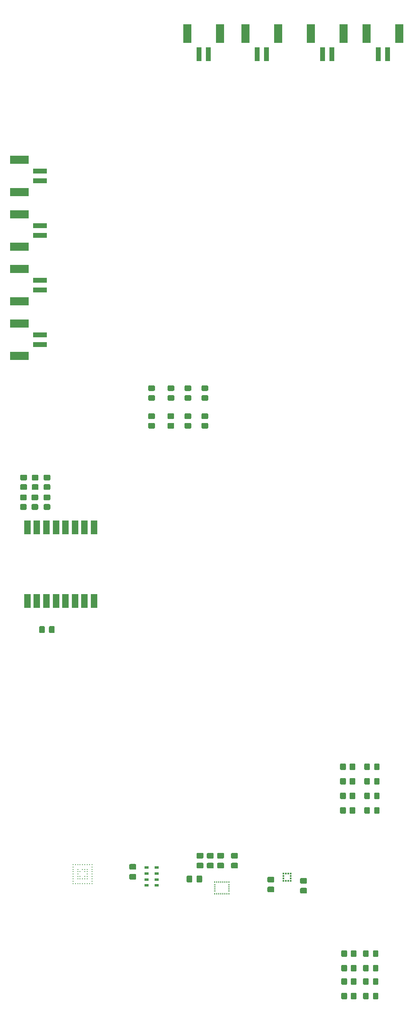
<source format=gbr>
%TF.GenerationSoftware,KiCad,Pcbnew,5.1.5+dfsg1-2build2*%
%TF.CreationDate,2020-11-09T16:20:19-06:00*%
%TF.ProjectId,TARS-MK1,54415253-2d4d-44b3-912e-6b696361645f,rev?*%
%TF.SameCoordinates,Original*%
%TF.FileFunction,Paste,Top*%
%TF.FilePolarity,Positive*%
%FSLAX46Y46*%
G04 Gerber Fmt 4.6, Leading zero omitted, Abs format (unit mm)*
G04 Created by KiCad (PCBNEW 5.1.5+dfsg1-2build2) date 2020-11-09 16:20:19*
%MOMM*%
%LPD*%
G04 APERTURE LIST*
%ADD10C,0.100000*%
%ADD11R,1.400000X3.000000*%
%ADD12R,4.000000X1.800000*%
%ADD13R,3.000000X1.000000*%
%ADD14R,1.800000X4.000000*%
%ADD15R,1.000000X3.000000*%
%ADD16C,0.270000*%
%ADD17R,0.950000X0.550000*%
%ADD18R,0.350000X0.375000*%
%ADD19R,0.375000X0.350000*%
%ADD20R,0.230000X0.350000*%
%ADD21R,0.350000X0.230000*%
G04 APERTURE END LIST*
D10*
%TO.C,R9004*%
G36*
X277320505Y-208973204D02*
G01*
X277344773Y-208976804D01*
X277368572Y-208982765D01*
X277391671Y-208991030D01*
X277413850Y-209001520D01*
X277434893Y-209014132D01*
X277454599Y-209028747D01*
X277472777Y-209045223D01*
X277489253Y-209063401D01*
X277503868Y-209083107D01*
X277516480Y-209104150D01*
X277526970Y-209126329D01*
X277535235Y-209149428D01*
X277541196Y-209173227D01*
X277544796Y-209197495D01*
X277546000Y-209221999D01*
X277546000Y-210122001D01*
X277544796Y-210146505D01*
X277541196Y-210170773D01*
X277535235Y-210194572D01*
X277526970Y-210217671D01*
X277516480Y-210239850D01*
X277503868Y-210260893D01*
X277489253Y-210280599D01*
X277472777Y-210298777D01*
X277454599Y-210315253D01*
X277434893Y-210329868D01*
X277413850Y-210342480D01*
X277391671Y-210352970D01*
X277368572Y-210361235D01*
X277344773Y-210367196D01*
X277320505Y-210370796D01*
X277296001Y-210372000D01*
X276595999Y-210372000D01*
X276571495Y-210370796D01*
X276547227Y-210367196D01*
X276523428Y-210361235D01*
X276500329Y-210352970D01*
X276478150Y-210342480D01*
X276457107Y-210329868D01*
X276437401Y-210315253D01*
X276419223Y-210298777D01*
X276402747Y-210280599D01*
X276388132Y-210260893D01*
X276375520Y-210239850D01*
X276365030Y-210217671D01*
X276356765Y-210194572D01*
X276350804Y-210170773D01*
X276347204Y-210146505D01*
X276346000Y-210122001D01*
X276346000Y-209221999D01*
X276347204Y-209197495D01*
X276350804Y-209173227D01*
X276356765Y-209149428D01*
X276365030Y-209126329D01*
X276375520Y-209104150D01*
X276388132Y-209083107D01*
X276402747Y-209063401D01*
X276419223Y-209045223D01*
X276437401Y-209028747D01*
X276457107Y-209014132D01*
X276478150Y-209001520D01*
X276500329Y-208991030D01*
X276523428Y-208982765D01*
X276547227Y-208976804D01*
X276571495Y-208973204D01*
X276595999Y-208972000D01*
X277296001Y-208972000D01*
X277320505Y-208973204D01*
G37*
G36*
X275320505Y-208973204D02*
G01*
X275344773Y-208976804D01*
X275368572Y-208982765D01*
X275391671Y-208991030D01*
X275413850Y-209001520D01*
X275434893Y-209014132D01*
X275454599Y-209028747D01*
X275472777Y-209045223D01*
X275489253Y-209063401D01*
X275503868Y-209083107D01*
X275516480Y-209104150D01*
X275526970Y-209126329D01*
X275535235Y-209149428D01*
X275541196Y-209173227D01*
X275544796Y-209197495D01*
X275546000Y-209221999D01*
X275546000Y-210122001D01*
X275544796Y-210146505D01*
X275541196Y-210170773D01*
X275535235Y-210194572D01*
X275526970Y-210217671D01*
X275516480Y-210239850D01*
X275503868Y-210260893D01*
X275489253Y-210280599D01*
X275472777Y-210298777D01*
X275454599Y-210315253D01*
X275434893Y-210329868D01*
X275413850Y-210342480D01*
X275391671Y-210352970D01*
X275368572Y-210361235D01*
X275344773Y-210367196D01*
X275320505Y-210370796D01*
X275296001Y-210372000D01*
X274595999Y-210372000D01*
X274571495Y-210370796D01*
X274547227Y-210367196D01*
X274523428Y-210361235D01*
X274500329Y-210352970D01*
X274478150Y-210342480D01*
X274457107Y-210329868D01*
X274437401Y-210315253D01*
X274419223Y-210298777D01*
X274402747Y-210280599D01*
X274388132Y-210260893D01*
X274375520Y-210239850D01*
X274365030Y-210217671D01*
X274356765Y-210194572D01*
X274350804Y-210170773D01*
X274347204Y-210146505D01*
X274346000Y-210122001D01*
X274346000Y-209221999D01*
X274347204Y-209197495D01*
X274350804Y-209173227D01*
X274356765Y-209149428D01*
X274365030Y-209126329D01*
X274375520Y-209104150D01*
X274388132Y-209083107D01*
X274402747Y-209063401D01*
X274419223Y-209045223D01*
X274437401Y-209028747D01*
X274457107Y-209014132D01*
X274478150Y-209001520D01*
X274500329Y-208991030D01*
X274523428Y-208982765D01*
X274547227Y-208976804D01*
X274571495Y-208973204D01*
X274595999Y-208972000D01*
X275296001Y-208972000D01*
X275320505Y-208973204D01*
G37*
%TD*%
%TO.C,R9003*%
G36*
X277320505Y-205925204D02*
G01*
X277344773Y-205928804D01*
X277368572Y-205934765D01*
X277391671Y-205943030D01*
X277413850Y-205953520D01*
X277434893Y-205966132D01*
X277454599Y-205980747D01*
X277472777Y-205997223D01*
X277489253Y-206015401D01*
X277503868Y-206035107D01*
X277516480Y-206056150D01*
X277526970Y-206078329D01*
X277535235Y-206101428D01*
X277541196Y-206125227D01*
X277544796Y-206149495D01*
X277546000Y-206173999D01*
X277546000Y-207074001D01*
X277544796Y-207098505D01*
X277541196Y-207122773D01*
X277535235Y-207146572D01*
X277526970Y-207169671D01*
X277516480Y-207191850D01*
X277503868Y-207212893D01*
X277489253Y-207232599D01*
X277472777Y-207250777D01*
X277454599Y-207267253D01*
X277434893Y-207281868D01*
X277413850Y-207294480D01*
X277391671Y-207304970D01*
X277368572Y-207313235D01*
X277344773Y-207319196D01*
X277320505Y-207322796D01*
X277296001Y-207324000D01*
X276595999Y-207324000D01*
X276571495Y-207322796D01*
X276547227Y-207319196D01*
X276523428Y-207313235D01*
X276500329Y-207304970D01*
X276478150Y-207294480D01*
X276457107Y-207281868D01*
X276437401Y-207267253D01*
X276419223Y-207250777D01*
X276402747Y-207232599D01*
X276388132Y-207212893D01*
X276375520Y-207191850D01*
X276365030Y-207169671D01*
X276356765Y-207146572D01*
X276350804Y-207122773D01*
X276347204Y-207098505D01*
X276346000Y-207074001D01*
X276346000Y-206173999D01*
X276347204Y-206149495D01*
X276350804Y-206125227D01*
X276356765Y-206101428D01*
X276365030Y-206078329D01*
X276375520Y-206056150D01*
X276388132Y-206035107D01*
X276402747Y-206015401D01*
X276419223Y-205997223D01*
X276437401Y-205980747D01*
X276457107Y-205966132D01*
X276478150Y-205953520D01*
X276500329Y-205943030D01*
X276523428Y-205934765D01*
X276547227Y-205928804D01*
X276571495Y-205925204D01*
X276595999Y-205924000D01*
X277296001Y-205924000D01*
X277320505Y-205925204D01*
G37*
G36*
X275320505Y-205925204D02*
G01*
X275344773Y-205928804D01*
X275368572Y-205934765D01*
X275391671Y-205943030D01*
X275413850Y-205953520D01*
X275434893Y-205966132D01*
X275454599Y-205980747D01*
X275472777Y-205997223D01*
X275489253Y-206015401D01*
X275503868Y-206035107D01*
X275516480Y-206056150D01*
X275526970Y-206078329D01*
X275535235Y-206101428D01*
X275541196Y-206125227D01*
X275544796Y-206149495D01*
X275546000Y-206173999D01*
X275546000Y-207074001D01*
X275544796Y-207098505D01*
X275541196Y-207122773D01*
X275535235Y-207146572D01*
X275526970Y-207169671D01*
X275516480Y-207191850D01*
X275503868Y-207212893D01*
X275489253Y-207232599D01*
X275472777Y-207250777D01*
X275454599Y-207267253D01*
X275434893Y-207281868D01*
X275413850Y-207294480D01*
X275391671Y-207304970D01*
X275368572Y-207313235D01*
X275344773Y-207319196D01*
X275320505Y-207322796D01*
X275296001Y-207324000D01*
X274595999Y-207324000D01*
X274571495Y-207322796D01*
X274547227Y-207319196D01*
X274523428Y-207313235D01*
X274500329Y-207304970D01*
X274478150Y-207294480D01*
X274457107Y-207281868D01*
X274437401Y-207267253D01*
X274419223Y-207250777D01*
X274402747Y-207232599D01*
X274388132Y-207212893D01*
X274375520Y-207191850D01*
X274365030Y-207169671D01*
X274356765Y-207146572D01*
X274350804Y-207122773D01*
X274347204Y-207098505D01*
X274346000Y-207074001D01*
X274346000Y-206173999D01*
X274347204Y-206149495D01*
X274350804Y-206125227D01*
X274356765Y-206101428D01*
X274365030Y-206078329D01*
X274375520Y-206056150D01*
X274388132Y-206035107D01*
X274402747Y-206015401D01*
X274419223Y-205997223D01*
X274437401Y-205980747D01*
X274457107Y-205966132D01*
X274478150Y-205953520D01*
X274500329Y-205943030D01*
X274523428Y-205934765D01*
X274547227Y-205928804D01*
X274571495Y-205925204D01*
X274595999Y-205924000D01*
X275296001Y-205924000D01*
X275320505Y-205925204D01*
G37*
%TD*%
%TO.C,R9002*%
G36*
X277320505Y-202877204D02*
G01*
X277344773Y-202880804D01*
X277368572Y-202886765D01*
X277391671Y-202895030D01*
X277413850Y-202905520D01*
X277434893Y-202918132D01*
X277454599Y-202932747D01*
X277472777Y-202949223D01*
X277489253Y-202967401D01*
X277503868Y-202987107D01*
X277516480Y-203008150D01*
X277526970Y-203030329D01*
X277535235Y-203053428D01*
X277541196Y-203077227D01*
X277544796Y-203101495D01*
X277546000Y-203125999D01*
X277546000Y-204026001D01*
X277544796Y-204050505D01*
X277541196Y-204074773D01*
X277535235Y-204098572D01*
X277526970Y-204121671D01*
X277516480Y-204143850D01*
X277503868Y-204164893D01*
X277489253Y-204184599D01*
X277472777Y-204202777D01*
X277454599Y-204219253D01*
X277434893Y-204233868D01*
X277413850Y-204246480D01*
X277391671Y-204256970D01*
X277368572Y-204265235D01*
X277344773Y-204271196D01*
X277320505Y-204274796D01*
X277296001Y-204276000D01*
X276595999Y-204276000D01*
X276571495Y-204274796D01*
X276547227Y-204271196D01*
X276523428Y-204265235D01*
X276500329Y-204256970D01*
X276478150Y-204246480D01*
X276457107Y-204233868D01*
X276437401Y-204219253D01*
X276419223Y-204202777D01*
X276402747Y-204184599D01*
X276388132Y-204164893D01*
X276375520Y-204143850D01*
X276365030Y-204121671D01*
X276356765Y-204098572D01*
X276350804Y-204074773D01*
X276347204Y-204050505D01*
X276346000Y-204026001D01*
X276346000Y-203125999D01*
X276347204Y-203101495D01*
X276350804Y-203077227D01*
X276356765Y-203053428D01*
X276365030Y-203030329D01*
X276375520Y-203008150D01*
X276388132Y-202987107D01*
X276402747Y-202967401D01*
X276419223Y-202949223D01*
X276437401Y-202932747D01*
X276457107Y-202918132D01*
X276478150Y-202905520D01*
X276500329Y-202895030D01*
X276523428Y-202886765D01*
X276547227Y-202880804D01*
X276571495Y-202877204D01*
X276595999Y-202876000D01*
X277296001Y-202876000D01*
X277320505Y-202877204D01*
G37*
G36*
X275320505Y-202877204D02*
G01*
X275344773Y-202880804D01*
X275368572Y-202886765D01*
X275391671Y-202895030D01*
X275413850Y-202905520D01*
X275434893Y-202918132D01*
X275454599Y-202932747D01*
X275472777Y-202949223D01*
X275489253Y-202967401D01*
X275503868Y-202987107D01*
X275516480Y-203008150D01*
X275526970Y-203030329D01*
X275535235Y-203053428D01*
X275541196Y-203077227D01*
X275544796Y-203101495D01*
X275546000Y-203125999D01*
X275546000Y-204026001D01*
X275544796Y-204050505D01*
X275541196Y-204074773D01*
X275535235Y-204098572D01*
X275526970Y-204121671D01*
X275516480Y-204143850D01*
X275503868Y-204164893D01*
X275489253Y-204184599D01*
X275472777Y-204202777D01*
X275454599Y-204219253D01*
X275434893Y-204233868D01*
X275413850Y-204246480D01*
X275391671Y-204256970D01*
X275368572Y-204265235D01*
X275344773Y-204271196D01*
X275320505Y-204274796D01*
X275296001Y-204276000D01*
X274595999Y-204276000D01*
X274571495Y-204274796D01*
X274547227Y-204271196D01*
X274523428Y-204265235D01*
X274500329Y-204256970D01*
X274478150Y-204246480D01*
X274457107Y-204233868D01*
X274437401Y-204219253D01*
X274419223Y-204202777D01*
X274402747Y-204184599D01*
X274388132Y-204164893D01*
X274375520Y-204143850D01*
X274365030Y-204121671D01*
X274356765Y-204098572D01*
X274350804Y-204074773D01*
X274347204Y-204050505D01*
X274346000Y-204026001D01*
X274346000Y-203125999D01*
X274347204Y-203101495D01*
X274350804Y-203077227D01*
X274356765Y-203053428D01*
X274365030Y-203030329D01*
X274375520Y-203008150D01*
X274388132Y-202987107D01*
X274402747Y-202967401D01*
X274419223Y-202949223D01*
X274437401Y-202932747D01*
X274457107Y-202918132D01*
X274478150Y-202905520D01*
X274500329Y-202895030D01*
X274523428Y-202886765D01*
X274547227Y-202880804D01*
X274571495Y-202877204D01*
X274595999Y-202876000D01*
X275296001Y-202876000D01*
X275320505Y-202877204D01*
G37*
%TD*%
%TO.C,R9001*%
G36*
X277320505Y-199829204D02*
G01*
X277344773Y-199832804D01*
X277368572Y-199838765D01*
X277391671Y-199847030D01*
X277413850Y-199857520D01*
X277434893Y-199870132D01*
X277454599Y-199884747D01*
X277472777Y-199901223D01*
X277489253Y-199919401D01*
X277503868Y-199939107D01*
X277516480Y-199960150D01*
X277526970Y-199982329D01*
X277535235Y-200005428D01*
X277541196Y-200029227D01*
X277544796Y-200053495D01*
X277546000Y-200077999D01*
X277546000Y-200978001D01*
X277544796Y-201002505D01*
X277541196Y-201026773D01*
X277535235Y-201050572D01*
X277526970Y-201073671D01*
X277516480Y-201095850D01*
X277503868Y-201116893D01*
X277489253Y-201136599D01*
X277472777Y-201154777D01*
X277454599Y-201171253D01*
X277434893Y-201185868D01*
X277413850Y-201198480D01*
X277391671Y-201208970D01*
X277368572Y-201217235D01*
X277344773Y-201223196D01*
X277320505Y-201226796D01*
X277296001Y-201228000D01*
X276595999Y-201228000D01*
X276571495Y-201226796D01*
X276547227Y-201223196D01*
X276523428Y-201217235D01*
X276500329Y-201208970D01*
X276478150Y-201198480D01*
X276457107Y-201185868D01*
X276437401Y-201171253D01*
X276419223Y-201154777D01*
X276402747Y-201136599D01*
X276388132Y-201116893D01*
X276375520Y-201095850D01*
X276365030Y-201073671D01*
X276356765Y-201050572D01*
X276350804Y-201026773D01*
X276347204Y-201002505D01*
X276346000Y-200978001D01*
X276346000Y-200077999D01*
X276347204Y-200053495D01*
X276350804Y-200029227D01*
X276356765Y-200005428D01*
X276365030Y-199982329D01*
X276375520Y-199960150D01*
X276388132Y-199939107D01*
X276402747Y-199919401D01*
X276419223Y-199901223D01*
X276437401Y-199884747D01*
X276457107Y-199870132D01*
X276478150Y-199857520D01*
X276500329Y-199847030D01*
X276523428Y-199838765D01*
X276547227Y-199832804D01*
X276571495Y-199829204D01*
X276595999Y-199828000D01*
X277296001Y-199828000D01*
X277320505Y-199829204D01*
G37*
G36*
X275320505Y-199829204D02*
G01*
X275344773Y-199832804D01*
X275368572Y-199838765D01*
X275391671Y-199847030D01*
X275413850Y-199857520D01*
X275434893Y-199870132D01*
X275454599Y-199884747D01*
X275472777Y-199901223D01*
X275489253Y-199919401D01*
X275503868Y-199939107D01*
X275516480Y-199960150D01*
X275526970Y-199982329D01*
X275535235Y-200005428D01*
X275541196Y-200029227D01*
X275544796Y-200053495D01*
X275546000Y-200077999D01*
X275546000Y-200978001D01*
X275544796Y-201002505D01*
X275541196Y-201026773D01*
X275535235Y-201050572D01*
X275526970Y-201073671D01*
X275516480Y-201095850D01*
X275503868Y-201116893D01*
X275489253Y-201136599D01*
X275472777Y-201154777D01*
X275454599Y-201171253D01*
X275434893Y-201185868D01*
X275413850Y-201198480D01*
X275391671Y-201208970D01*
X275368572Y-201217235D01*
X275344773Y-201223196D01*
X275320505Y-201226796D01*
X275296001Y-201228000D01*
X274595999Y-201228000D01*
X274571495Y-201226796D01*
X274547227Y-201223196D01*
X274523428Y-201217235D01*
X274500329Y-201208970D01*
X274478150Y-201198480D01*
X274457107Y-201185868D01*
X274437401Y-201171253D01*
X274419223Y-201154777D01*
X274402747Y-201136599D01*
X274388132Y-201116893D01*
X274375520Y-201095850D01*
X274365030Y-201073671D01*
X274356765Y-201050572D01*
X274350804Y-201026773D01*
X274347204Y-201002505D01*
X274346000Y-200978001D01*
X274346000Y-200077999D01*
X274347204Y-200053495D01*
X274350804Y-200029227D01*
X274356765Y-200005428D01*
X274365030Y-199982329D01*
X274375520Y-199960150D01*
X274388132Y-199939107D01*
X274402747Y-199919401D01*
X274419223Y-199901223D01*
X274437401Y-199884747D01*
X274457107Y-199870132D01*
X274478150Y-199857520D01*
X274500329Y-199847030D01*
X274523428Y-199838765D01*
X274547227Y-199832804D01*
X274571495Y-199829204D01*
X274595999Y-199828000D01*
X275296001Y-199828000D01*
X275320505Y-199829204D01*
G37*
%TD*%
%TO.C,R4004*%
G36*
X277574505Y-247835204D02*
G01*
X277598773Y-247838804D01*
X277622572Y-247844765D01*
X277645671Y-247853030D01*
X277667850Y-247863520D01*
X277688893Y-247876132D01*
X277708599Y-247890747D01*
X277726777Y-247907223D01*
X277743253Y-247925401D01*
X277757868Y-247945107D01*
X277770480Y-247966150D01*
X277780970Y-247988329D01*
X277789235Y-248011428D01*
X277795196Y-248035227D01*
X277798796Y-248059495D01*
X277800000Y-248083999D01*
X277800000Y-248984001D01*
X277798796Y-249008505D01*
X277795196Y-249032773D01*
X277789235Y-249056572D01*
X277780970Y-249079671D01*
X277770480Y-249101850D01*
X277757868Y-249122893D01*
X277743253Y-249142599D01*
X277726777Y-249160777D01*
X277708599Y-249177253D01*
X277688893Y-249191868D01*
X277667850Y-249204480D01*
X277645671Y-249214970D01*
X277622572Y-249223235D01*
X277598773Y-249229196D01*
X277574505Y-249232796D01*
X277550001Y-249234000D01*
X276849999Y-249234000D01*
X276825495Y-249232796D01*
X276801227Y-249229196D01*
X276777428Y-249223235D01*
X276754329Y-249214970D01*
X276732150Y-249204480D01*
X276711107Y-249191868D01*
X276691401Y-249177253D01*
X276673223Y-249160777D01*
X276656747Y-249142599D01*
X276642132Y-249122893D01*
X276629520Y-249101850D01*
X276619030Y-249079671D01*
X276610765Y-249056572D01*
X276604804Y-249032773D01*
X276601204Y-249008505D01*
X276600000Y-248984001D01*
X276600000Y-248083999D01*
X276601204Y-248059495D01*
X276604804Y-248035227D01*
X276610765Y-248011428D01*
X276619030Y-247988329D01*
X276629520Y-247966150D01*
X276642132Y-247945107D01*
X276656747Y-247925401D01*
X276673223Y-247907223D01*
X276691401Y-247890747D01*
X276711107Y-247876132D01*
X276732150Y-247863520D01*
X276754329Y-247853030D01*
X276777428Y-247844765D01*
X276801227Y-247838804D01*
X276825495Y-247835204D01*
X276849999Y-247834000D01*
X277550001Y-247834000D01*
X277574505Y-247835204D01*
G37*
G36*
X275574505Y-247835204D02*
G01*
X275598773Y-247838804D01*
X275622572Y-247844765D01*
X275645671Y-247853030D01*
X275667850Y-247863520D01*
X275688893Y-247876132D01*
X275708599Y-247890747D01*
X275726777Y-247907223D01*
X275743253Y-247925401D01*
X275757868Y-247945107D01*
X275770480Y-247966150D01*
X275780970Y-247988329D01*
X275789235Y-248011428D01*
X275795196Y-248035227D01*
X275798796Y-248059495D01*
X275800000Y-248083999D01*
X275800000Y-248984001D01*
X275798796Y-249008505D01*
X275795196Y-249032773D01*
X275789235Y-249056572D01*
X275780970Y-249079671D01*
X275770480Y-249101850D01*
X275757868Y-249122893D01*
X275743253Y-249142599D01*
X275726777Y-249160777D01*
X275708599Y-249177253D01*
X275688893Y-249191868D01*
X275667850Y-249204480D01*
X275645671Y-249214970D01*
X275622572Y-249223235D01*
X275598773Y-249229196D01*
X275574505Y-249232796D01*
X275550001Y-249234000D01*
X274849999Y-249234000D01*
X274825495Y-249232796D01*
X274801227Y-249229196D01*
X274777428Y-249223235D01*
X274754329Y-249214970D01*
X274732150Y-249204480D01*
X274711107Y-249191868D01*
X274691401Y-249177253D01*
X274673223Y-249160777D01*
X274656747Y-249142599D01*
X274642132Y-249122893D01*
X274629520Y-249101850D01*
X274619030Y-249079671D01*
X274610765Y-249056572D01*
X274604804Y-249032773D01*
X274601204Y-249008505D01*
X274600000Y-248984001D01*
X274600000Y-248083999D01*
X274601204Y-248059495D01*
X274604804Y-248035227D01*
X274610765Y-248011428D01*
X274619030Y-247988329D01*
X274629520Y-247966150D01*
X274642132Y-247945107D01*
X274656747Y-247925401D01*
X274673223Y-247907223D01*
X274691401Y-247890747D01*
X274711107Y-247876132D01*
X274732150Y-247863520D01*
X274754329Y-247853030D01*
X274777428Y-247844765D01*
X274801227Y-247838804D01*
X274825495Y-247835204D01*
X274849999Y-247834000D01*
X275550001Y-247834000D01*
X275574505Y-247835204D01*
G37*
%TD*%
%TO.C,R4003*%
G36*
X277574505Y-244787204D02*
G01*
X277598773Y-244790804D01*
X277622572Y-244796765D01*
X277645671Y-244805030D01*
X277667850Y-244815520D01*
X277688893Y-244828132D01*
X277708599Y-244842747D01*
X277726777Y-244859223D01*
X277743253Y-244877401D01*
X277757868Y-244897107D01*
X277770480Y-244918150D01*
X277780970Y-244940329D01*
X277789235Y-244963428D01*
X277795196Y-244987227D01*
X277798796Y-245011495D01*
X277800000Y-245035999D01*
X277800000Y-245936001D01*
X277798796Y-245960505D01*
X277795196Y-245984773D01*
X277789235Y-246008572D01*
X277780970Y-246031671D01*
X277770480Y-246053850D01*
X277757868Y-246074893D01*
X277743253Y-246094599D01*
X277726777Y-246112777D01*
X277708599Y-246129253D01*
X277688893Y-246143868D01*
X277667850Y-246156480D01*
X277645671Y-246166970D01*
X277622572Y-246175235D01*
X277598773Y-246181196D01*
X277574505Y-246184796D01*
X277550001Y-246186000D01*
X276849999Y-246186000D01*
X276825495Y-246184796D01*
X276801227Y-246181196D01*
X276777428Y-246175235D01*
X276754329Y-246166970D01*
X276732150Y-246156480D01*
X276711107Y-246143868D01*
X276691401Y-246129253D01*
X276673223Y-246112777D01*
X276656747Y-246094599D01*
X276642132Y-246074893D01*
X276629520Y-246053850D01*
X276619030Y-246031671D01*
X276610765Y-246008572D01*
X276604804Y-245984773D01*
X276601204Y-245960505D01*
X276600000Y-245936001D01*
X276600000Y-245035999D01*
X276601204Y-245011495D01*
X276604804Y-244987227D01*
X276610765Y-244963428D01*
X276619030Y-244940329D01*
X276629520Y-244918150D01*
X276642132Y-244897107D01*
X276656747Y-244877401D01*
X276673223Y-244859223D01*
X276691401Y-244842747D01*
X276711107Y-244828132D01*
X276732150Y-244815520D01*
X276754329Y-244805030D01*
X276777428Y-244796765D01*
X276801227Y-244790804D01*
X276825495Y-244787204D01*
X276849999Y-244786000D01*
X277550001Y-244786000D01*
X277574505Y-244787204D01*
G37*
G36*
X275574505Y-244787204D02*
G01*
X275598773Y-244790804D01*
X275622572Y-244796765D01*
X275645671Y-244805030D01*
X275667850Y-244815520D01*
X275688893Y-244828132D01*
X275708599Y-244842747D01*
X275726777Y-244859223D01*
X275743253Y-244877401D01*
X275757868Y-244897107D01*
X275770480Y-244918150D01*
X275780970Y-244940329D01*
X275789235Y-244963428D01*
X275795196Y-244987227D01*
X275798796Y-245011495D01*
X275800000Y-245035999D01*
X275800000Y-245936001D01*
X275798796Y-245960505D01*
X275795196Y-245984773D01*
X275789235Y-246008572D01*
X275780970Y-246031671D01*
X275770480Y-246053850D01*
X275757868Y-246074893D01*
X275743253Y-246094599D01*
X275726777Y-246112777D01*
X275708599Y-246129253D01*
X275688893Y-246143868D01*
X275667850Y-246156480D01*
X275645671Y-246166970D01*
X275622572Y-246175235D01*
X275598773Y-246181196D01*
X275574505Y-246184796D01*
X275550001Y-246186000D01*
X274849999Y-246186000D01*
X274825495Y-246184796D01*
X274801227Y-246181196D01*
X274777428Y-246175235D01*
X274754329Y-246166970D01*
X274732150Y-246156480D01*
X274711107Y-246143868D01*
X274691401Y-246129253D01*
X274673223Y-246112777D01*
X274656747Y-246094599D01*
X274642132Y-246074893D01*
X274629520Y-246053850D01*
X274619030Y-246031671D01*
X274610765Y-246008572D01*
X274604804Y-245984773D01*
X274601204Y-245960505D01*
X274600000Y-245936001D01*
X274600000Y-245035999D01*
X274601204Y-245011495D01*
X274604804Y-244987227D01*
X274610765Y-244963428D01*
X274619030Y-244940329D01*
X274629520Y-244918150D01*
X274642132Y-244897107D01*
X274656747Y-244877401D01*
X274673223Y-244859223D01*
X274691401Y-244842747D01*
X274711107Y-244828132D01*
X274732150Y-244815520D01*
X274754329Y-244805030D01*
X274777428Y-244796765D01*
X274801227Y-244790804D01*
X274825495Y-244787204D01*
X274849999Y-244786000D01*
X275550001Y-244786000D01*
X275574505Y-244787204D01*
G37*
%TD*%
%TO.C,R4002*%
G36*
X277574505Y-241993204D02*
G01*
X277598773Y-241996804D01*
X277622572Y-242002765D01*
X277645671Y-242011030D01*
X277667850Y-242021520D01*
X277688893Y-242034132D01*
X277708599Y-242048747D01*
X277726777Y-242065223D01*
X277743253Y-242083401D01*
X277757868Y-242103107D01*
X277770480Y-242124150D01*
X277780970Y-242146329D01*
X277789235Y-242169428D01*
X277795196Y-242193227D01*
X277798796Y-242217495D01*
X277800000Y-242241999D01*
X277800000Y-243142001D01*
X277798796Y-243166505D01*
X277795196Y-243190773D01*
X277789235Y-243214572D01*
X277780970Y-243237671D01*
X277770480Y-243259850D01*
X277757868Y-243280893D01*
X277743253Y-243300599D01*
X277726777Y-243318777D01*
X277708599Y-243335253D01*
X277688893Y-243349868D01*
X277667850Y-243362480D01*
X277645671Y-243372970D01*
X277622572Y-243381235D01*
X277598773Y-243387196D01*
X277574505Y-243390796D01*
X277550001Y-243392000D01*
X276849999Y-243392000D01*
X276825495Y-243390796D01*
X276801227Y-243387196D01*
X276777428Y-243381235D01*
X276754329Y-243372970D01*
X276732150Y-243362480D01*
X276711107Y-243349868D01*
X276691401Y-243335253D01*
X276673223Y-243318777D01*
X276656747Y-243300599D01*
X276642132Y-243280893D01*
X276629520Y-243259850D01*
X276619030Y-243237671D01*
X276610765Y-243214572D01*
X276604804Y-243190773D01*
X276601204Y-243166505D01*
X276600000Y-243142001D01*
X276600000Y-242241999D01*
X276601204Y-242217495D01*
X276604804Y-242193227D01*
X276610765Y-242169428D01*
X276619030Y-242146329D01*
X276629520Y-242124150D01*
X276642132Y-242103107D01*
X276656747Y-242083401D01*
X276673223Y-242065223D01*
X276691401Y-242048747D01*
X276711107Y-242034132D01*
X276732150Y-242021520D01*
X276754329Y-242011030D01*
X276777428Y-242002765D01*
X276801227Y-241996804D01*
X276825495Y-241993204D01*
X276849999Y-241992000D01*
X277550001Y-241992000D01*
X277574505Y-241993204D01*
G37*
G36*
X275574505Y-241993204D02*
G01*
X275598773Y-241996804D01*
X275622572Y-242002765D01*
X275645671Y-242011030D01*
X275667850Y-242021520D01*
X275688893Y-242034132D01*
X275708599Y-242048747D01*
X275726777Y-242065223D01*
X275743253Y-242083401D01*
X275757868Y-242103107D01*
X275770480Y-242124150D01*
X275780970Y-242146329D01*
X275789235Y-242169428D01*
X275795196Y-242193227D01*
X275798796Y-242217495D01*
X275800000Y-242241999D01*
X275800000Y-243142001D01*
X275798796Y-243166505D01*
X275795196Y-243190773D01*
X275789235Y-243214572D01*
X275780970Y-243237671D01*
X275770480Y-243259850D01*
X275757868Y-243280893D01*
X275743253Y-243300599D01*
X275726777Y-243318777D01*
X275708599Y-243335253D01*
X275688893Y-243349868D01*
X275667850Y-243362480D01*
X275645671Y-243372970D01*
X275622572Y-243381235D01*
X275598773Y-243387196D01*
X275574505Y-243390796D01*
X275550001Y-243392000D01*
X274849999Y-243392000D01*
X274825495Y-243390796D01*
X274801227Y-243387196D01*
X274777428Y-243381235D01*
X274754329Y-243372970D01*
X274732150Y-243362480D01*
X274711107Y-243349868D01*
X274691401Y-243335253D01*
X274673223Y-243318777D01*
X274656747Y-243300599D01*
X274642132Y-243280893D01*
X274629520Y-243259850D01*
X274619030Y-243237671D01*
X274610765Y-243214572D01*
X274604804Y-243190773D01*
X274601204Y-243166505D01*
X274600000Y-243142001D01*
X274600000Y-242241999D01*
X274601204Y-242217495D01*
X274604804Y-242193227D01*
X274610765Y-242169428D01*
X274619030Y-242146329D01*
X274629520Y-242124150D01*
X274642132Y-242103107D01*
X274656747Y-242083401D01*
X274673223Y-242065223D01*
X274691401Y-242048747D01*
X274711107Y-242034132D01*
X274732150Y-242021520D01*
X274754329Y-242011030D01*
X274777428Y-242002765D01*
X274801227Y-241996804D01*
X274825495Y-241993204D01*
X274849999Y-241992000D01*
X275550001Y-241992000D01*
X275574505Y-241993204D01*
G37*
%TD*%
%TO.C,R4001*%
G36*
X277574505Y-238945204D02*
G01*
X277598773Y-238948804D01*
X277622572Y-238954765D01*
X277645671Y-238963030D01*
X277667850Y-238973520D01*
X277688893Y-238986132D01*
X277708599Y-239000747D01*
X277726777Y-239017223D01*
X277743253Y-239035401D01*
X277757868Y-239055107D01*
X277770480Y-239076150D01*
X277780970Y-239098329D01*
X277789235Y-239121428D01*
X277795196Y-239145227D01*
X277798796Y-239169495D01*
X277800000Y-239193999D01*
X277800000Y-240094001D01*
X277798796Y-240118505D01*
X277795196Y-240142773D01*
X277789235Y-240166572D01*
X277780970Y-240189671D01*
X277770480Y-240211850D01*
X277757868Y-240232893D01*
X277743253Y-240252599D01*
X277726777Y-240270777D01*
X277708599Y-240287253D01*
X277688893Y-240301868D01*
X277667850Y-240314480D01*
X277645671Y-240324970D01*
X277622572Y-240333235D01*
X277598773Y-240339196D01*
X277574505Y-240342796D01*
X277550001Y-240344000D01*
X276849999Y-240344000D01*
X276825495Y-240342796D01*
X276801227Y-240339196D01*
X276777428Y-240333235D01*
X276754329Y-240324970D01*
X276732150Y-240314480D01*
X276711107Y-240301868D01*
X276691401Y-240287253D01*
X276673223Y-240270777D01*
X276656747Y-240252599D01*
X276642132Y-240232893D01*
X276629520Y-240211850D01*
X276619030Y-240189671D01*
X276610765Y-240166572D01*
X276604804Y-240142773D01*
X276601204Y-240118505D01*
X276600000Y-240094001D01*
X276600000Y-239193999D01*
X276601204Y-239169495D01*
X276604804Y-239145227D01*
X276610765Y-239121428D01*
X276619030Y-239098329D01*
X276629520Y-239076150D01*
X276642132Y-239055107D01*
X276656747Y-239035401D01*
X276673223Y-239017223D01*
X276691401Y-239000747D01*
X276711107Y-238986132D01*
X276732150Y-238973520D01*
X276754329Y-238963030D01*
X276777428Y-238954765D01*
X276801227Y-238948804D01*
X276825495Y-238945204D01*
X276849999Y-238944000D01*
X277550001Y-238944000D01*
X277574505Y-238945204D01*
G37*
G36*
X275574505Y-238945204D02*
G01*
X275598773Y-238948804D01*
X275622572Y-238954765D01*
X275645671Y-238963030D01*
X275667850Y-238973520D01*
X275688893Y-238986132D01*
X275708599Y-239000747D01*
X275726777Y-239017223D01*
X275743253Y-239035401D01*
X275757868Y-239055107D01*
X275770480Y-239076150D01*
X275780970Y-239098329D01*
X275789235Y-239121428D01*
X275795196Y-239145227D01*
X275798796Y-239169495D01*
X275800000Y-239193999D01*
X275800000Y-240094001D01*
X275798796Y-240118505D01*
X275795196Y-240142773D01*
X275789235Y-240166572D01*
X275780970Y-240189671D01*
X275770480Y-240211850D01*
X275757868Y-240232893D01*
X275743253Y-240252599D01*
X275726777Y-240270777D01*
X275708599Y-240287253D01*
X275688893Y-240301868D01*
X275667850Y-240314480D01*
X275645671Y-240324970D01*
X275622572Y-240333235D01*
X275598773Y-240339196D01*
X275574505Y-240342796D01*
X275550001Y-240344000D01*
X274849999Y-240344000D01*
X274825495Y-240342796D01*
X274801227Y-240339196D01*
X274777428Y-240333235D01*
X274754329Y-240324970D01*
X274732150Y-240314480D01*
X274711107Y-240301868D01*
X274691401Y-240287253D01*
X274673223Y-240270777D01*
X274656747Y-240252599D01*
X274642132Y-240232893D01*
X274629520Y-240211850D01*
X274619030Y-240189671D01*
X274610765Y-240166572D01*
X274604804Y-240142773D01*
X274601204Y-240118505D01*
X274600000Y-240094001D01*
X274600000Y-239193999D01*
X274601204Y-239169495D01*
X274604804Y-239145227D01*
X274610765Y-239121428D01*
X274619030Y-239098329D01*
X274629520Y-239076150D01*
X274642132Y-239055107D01*
X274656747Y-239035401D01*
X274673223Y-239017223D01*
X274691401Y-239000747D01*
X274711107Y-238986132D01*
X274732150Y-238973520D01*
X274754329Y-238963030D01*
X274777428Y-238954765D01*
X274801227Y-238948804D01*
X274825495Y-238945204D01*
X274849999Y-238944000D01*
X275550001Y-238944000D01*
X275574505Y-238945204D01*
G37*
%TD*%
%TO.C,D9004*%
G36*
X280350505Y-208973204D02*
G01*
X280374773Y-208976804D01*
X280398572Y-208982765D01*
X280421671Y-208991030D01*
X280443850Y-209001520D01*
X280464893Y-209014132D01*
X280484599Y-209028747D01*
X280502777Y-209045223D01*
X280519253Y-209063401D01*
X280533868Y-209083107D01*
X280546480Y-209104150D01*
X280556970Y-209126329D01*
X280565235Y-209149428D01*
X280571196Y-209173227D01*
X280574796Y-209197495D01*
X280576000Y-209221999D01*
X280576000Y-210122001D01*
X280574796Y-210146505D01*
X280571196Y-210170773D01*
X280565235Y-210194572D01*
X280556970Y-210217671D01*
X280546480Y-210239850D01*
X280533868Y-210260893D01*
X280519253Y-210280599D01*
X280502777Y-210298777D01*
X280484599Y-210315253D01*
X280464893Y-210329868D01*
X280443850Y-210342480D01*
X280421671Y-210352970D01*
X280398572Y-210361235D01*
X280374773Y-210367196D01*
X280350505Y-210370796D01*
X280326001Y-210372000D01*
X279675999Y-210372000D01*
X279651495Y-210370796D01*
X279627227Y-210367196D01*
X279603428Y-210361235D01*
X279580329Y-210352970D01*
X279558150Y-210342480D01*
X279537107Y-210329868D01*
X279517401Y-210315253D01*
X279499223Y-210298777D01*
X279482747Y-210280599D01*
X279468132Y-210260893D01*
X279455520Y-210239850D01*
X279445030Y-210217671D01*
X279436765Y-210194572D01*
X279430804Y-210170773D01*
X279427204Y-210146505D01*
X279426000Y-210122001D01*
X279426000Y-209221999D01*
X279427204Y-209197495D01*
X279430804Y-209173227D01*
X279436765Y-209149428D01*
X279445030Y-209126329D01*
X279455520Y-209104150D01*
X279468132Y-209083107D01*
X279482747Y-209063401D01*
X279499223Y-209045223D01*
X279517401Y-209028747D01*
X279537107Y-209014132D01*
X279558150Y-209001520D01*
X279580329Y-208991030D01*
X279603428Y-208982765D01*
X279627227Y-208976804D01*
X279651495Y-208973204D01*
X279675999Y-208972000D01*
X280326001Y-208972000D01*
X280350505Y-208973204D01*
G37*
G36*
X282400505Y-208973204D02*
G01*
X282424773Y-208976804D01*
X282448572Y-208982765D01*
X282471671Y-208991030D01*
X282493850Y-209001520D01*
X282514893Y-209014132D01*
X282534599Y-209028747D01*
X282552777Y-209045223D01*
X282569253Y-209063401D01*
X282583868Y-209083107D01*
X282596480Y-209104150D01*
X282606970Y-209126329D01*
X282615235Y-209149428D01*
X282621196Y-209173227D01*
X282624796Y-209197495D01*
X282626000Y-209221999D01*
X282626000Y-210122001D01*
X282624796Y-210146505D01*
X282621196Y-210170773D01*
X282615235Y-210194572D01*
X282606970Y-210217671D01*
X282596480Y-210239850D01*
X282583868Y-210260893D01*
X282569253Y-210280599D01*
X282552777Y-210298777D01*
X282534599Y-210315253D01*
X282514893Y-210329868D01*
X282493850Y-210342480D01*
X282471671Y-210352970D01*
X282448572Y-210361235D01*
X282424773Y-210367196D01*
X282400505Y-210370796D01*
X282376001Y-210372000D01*
X281725999Y-210372000D01*
X281701495Y-210370796D01*
X281677227Y-210367196D01*
X281653428Y-210361235D01*
X281630329Y-210352970D01*
X281608150Y-210342480D01*
X281587107Y-210329868D01*
X281567401Y-210315253D01*
X281549223Y-210298777D01*
X281532747Y-210280599D01*
X281518132Y-210260893D01*
X281505520Y-210239850D01*
X281495030Y-210217671D01*
X281486765Y-210194572D01*
X281480804Y-210170773D01*
X281477204Y-210146505D01*
X281476000Y-210122001D01*
X281476000Y-209221999D01*
X281477204Y-209197495D01*
X281480804Y-209173227D01*
X281486765Y-209149428D01*
X281495030Y-209126329D01*
X281505520Y-209104150D01*
X281518132Y-209083107D01*
X281532747Y-209063401D01*
X281549223Y-209045223D01*
X281567401Y-209028747D01*
X281587107Y-209014132D01*
X281608150Y-209001520D01*
X281630329Y-208991030D01*
X281653428Y-208982765D01*
X281677227Y-208976804D01*
X281701495Y-208973204D01*
X281725999Y-208972000D01*
X282376001Y-208972000D01*
X282400505Y-208973204D01*
G37*
%TD*%
%TO.C,D9003*%
G36*
X280350505Y-205925204D02*
G01*
X280374773Y-205928804D01*
X280398572Y-205934765D01*
X280421671Y-205943030D01*
X280443850Y-205953520D01*
X280464893Y-205966132D01*
X280484599Y-205980747D01*
X280502777Y-205997223D01*
X280519253Y-206015401D01*
X280533868Y-206035107D01*
X280546480Y-206056150D01*
X280556970Y-206078329D01*
X280565235Y-206101428D01*
X280571196Y-206125227D01*
X280574796Y-206149495D01*
X280576000Y-206173999D01*
X280576000Y-207074001D01*
X280574796Y-207098505D01*
X280571196Y-207122773D01*
X280565235Y-207146572D01*
X280556970Y-207169671D01*
X280546480Y-207191850D01*
X280533868Y-207212893D01*
X280519253Y-207232599D01*
X280502777Y-207250777D01*
X280484599Y-207267253D01*
X280464893Y-207281868D01*
X280443850Y-207294480D01*
X280421671Y-207304970D01*
X280398572Y-207313235D01*
X280374773Y-207319196D01*
X280350505Y-207322796D01*
X280326001Y-207324000D01*
X279675999Y-207324000D01*
X279651495Y-207322796D01*
X279627227Y-207319196D01*
X279603428Y-207313235D01*
X279580329Y-207304970D01*
X279558150Y-207294480D01*
X279537107Y-207281868D01*
X279517401Y-207267253D01*
X279499223Y-207250777D01*
X279482747Y-207232599D01*
X279468132Y-207212893D01*
X279455520Y-207191850D01*
X279445030Y-207169671D01*
X279436765Y-207146572D01*
X279430804Y-207122773D01*
X279427204Y-207098505D01*
X279426000Y-207074001D01*
X279426000Y-206173999D01*
X279427204Y-206149495D01*
X279430804Y-206125227D01*
X279436765Y-206101428D01*
X279445030Y-206078329D01*
X279455520Y-206056150D01*
X279468132Y-206035107D01*
X279482747Y-206015401D01*
X279499223Y-205997223D01*
X279517401Y-205980747D01*
X279537107Y-205966132D01*
X279558150Y-205953520D01*
X279580329Y-205943030D01*
X279603428Y-205934765D01*
X279627227Y-205928804D01*
X279651495Y-205925204D01*
X279675999Y-205924000D01*
X280326001Y-205924000D01*
X280350505Y-205925204D01*
G37*
G36*
X282400505Y-205925204D02*
G01*
X282424773Y-205928804D01*
X282448572Y-205934765D01*
X282471671Y-205943030D01*
X282493850Y-205953520D01*
X282514893Y-205966132D01*
X282534599Y-205980747D01*
X282552777Y-205997223D01*
X282569253Y-206015401D01*
X282583868Y-206035107D01*
X282596480Y-206056150D01*
X282606970Y-206078329D01*
X282615235Y-206101428D01*
X282621196Y-206125227D01*
X282624796Y-206149495D01*
X282626000Y-206173999D01*
X282626000Y-207074001D01*
X282624796Y-207098505D01*
X282621196Y-207122773D01*
X282615235Y-207146572D01*
X282606970Y-207169671D01*
X282596480Y-207191850D01*
X282583868Y-207212893D01*
X282569253Y-207232599D01*
X282552777Y-207250777D01*
X282534599Y-207267253D01*
X282514893Y-207281868D01*
X282493850Y-207294480D01*
X282471671Y-207304970D01*
X282448572Y-207313235D01*
X282424773Y-207319196D01*
X282400505Y-207322796D01*
X282376001Y-207324000D01*
X281725999Y-207324000D01*
X281701495Y-207322796D01*
X281677227Y-207319196D01*
X281653428Y-207313235D01*
X281630329Y-207304970D01*
X281608150Y-207294480D01*
X281587107Y-207281868D01*
X281567401Y-207267253D01*
X281549223Y-207250777D01*
X281532747Y-207232599D01*
X281518132Y-207212893D01*
X281505520Y-207191850D01*
X281495030Y-207169671D01*
X281486765Y-207146572D01*
X281480804Y-207122773D01*
X281477204Y-207098505D01*
X281476000Y-207074001D01*
X281476000Y-206173999D01*
X281477204Y-206149495D01*
X281480804Y-206125227D01*
X281486765Y-206101428D01*
X281495030Y-206078329D01*
X281505520Y-206056150D01*
X281518132Y-206035107D01*
X281532747Y-206015401D01*
X281549223Y-205997223D01*
X281567401Y-205980747D01*
X281587107Y-205966132D01*
X281608150Y-205953520D01*
X281630329Y-205943030D01*
X281653428Y-205934765D01*
X281677227Y-205928804D01*
X281701495Y-205925204D01*
X281725999Y-205924000D01*
X282376001Y-205924000D01*
X282400505Y-205925204D01*
G37*
%TD*%
%TO.C,D9002*%
G36*
X280350505Y-202877204D02*
G01*
X280374773Y-202880804D01*
X280398572Y-202886765D01*
X280421671Y-202895030D01*
X280443850Y-202905520D01*
X280464893Y-202918132D01*
X280484599Y-202932747D01*
X280502777Y-202949223D01*
X280519253Y-202967401D01*
X280533868Y-202987107D01*
X280546480Y-203008150D01*
X280556970Y-203030329D01*
X280565235Y-203053428D01*
X280571196Y-203077227D01*
X280574796Y-203101495D01*
X280576000Y-203125999D01*
X280576000Y-204026001D01*
X280574796Y-204050505D01*
X280571196Y-204074773D01*
X280565235Y-204098572D01*
X280556970Y-204121671D01*
X280546480Y-204143850D01*
X280533868Y-204164893D01*
X280519253Y-204184599D01*
X280502777Y-204202777D01*
X280484599Y-204219253D01*
X280464893Y-204233868D01*
X280443850Y-204246480D01*
X280421671Y-204256970D01*
X280398572Y-204265235D01*
X280374773Y-204271196D01*
X280350505Y-204274796D01*
X280326001Y-204276000D01*
X279675999Y-204276000D01*
X279651495Y-204274796D01*
X279627227Y-204271196D01*
X279603428Y-204265235D01*
X279580329Y-204256970D01*
X279558150Y-204246480D01*
X279537107Y-204233868D01*
X279517401Y-204219253D01*
X279499223Y-204202777D01*
X279482747Y-204184599D01*
X279468132Y-204164893D01*
X279455520Y-204143850D01*
X279445030Y-204121671D01*
X279436765Y-204098572D01*
X279430804Y-204074773D01*
X279427204Y-204050505D01*
X279426000Y-204026001D01*
X279426000Y-203125999D01*
X279427204Y-203101495D01*
X279430804Y-203077227D01*
X279436765Y-203053428D01*
X279445030Y-203030329D01*
X279455520Y-203008150D01*
X279468132Y-202987107D01*
X279482747Y-202967401D01*
X279499223Y-202949223D01*
X279517401Y-202932747D01*
X279537107Y-202918132D01*
X279558150Y-202905520D01*
X279580329Y-202895030D01*
X279603428Y-202886765D01*
X279627227Y-202880804D01*
X279651495Y-202877204D01*
X279675999Y-202876000D01*
X280326001Y-202876000D01*
X280350505Y-202877204D01*
G37*
G36*
X282400505Y-202877204D02*
G01*
X282424773Y-202880804D01*
X282448572Y-202886765D01*
X282471671Y-202895030D01*
X282493850Y-202905520D01*
X282514893Y-202918132D01*
X282534599Y-202932747D01*
X282552777Y-202949223D01*
X282569253Y-202967401D01*
X282583868Y-202987107D01*
X282596480Y-203008150D01*
X282606970Y-203030329D01*
X282615235Y-203053428D01*
X282621196Y-203077227D01*
X282624796Y-203101495D01*
X282626000Y-203125999D01*
X282626000Y-204026001D01*
X282624796Y-204050505D01*
X282621196Y-204074773D01*
X282615235Y-204098572D01*
X282606970Y-204121671D01*
X282596480Y-204143850D01*
X282583868Y-204164893D01*
X282569253Y-204184599D01*
X282552777Y-204202777D01*
X282534599Y-204219253D01*
X282514893Y-204233868D01*
X282493850Y-204246480D01*
X282471671Y-204256970D01*
X282448572Y-204265235D01*
X282424773Y-204271196D01*
X282400505Y-204274796D01*
X282376001Y-204276000D01*
X281725999Y-204276000D01*
X281701495Y-204274796D01*
X281677227Y-204271196D01*
X281653428Y-204265235D01*
X281630329Y-204256970D01*
X281608150Y-204246480D01*
X281587107Y-204233868D01*
X281567401Y-204219253D01*
X281549223Y-204202777D01*
X281532747Y-204184599D01*
X281518132Y-204164893D01*
X281505520Y-204143850D01*
X281495030Y-204121671D01*
X281486765Y-204098572D01*
X281480804Y-204074773D01*
X281477204Y-204050505D01*
X281476000Y-204026001D01*
X281476000Y-203125999D01*
X281477204Y-203101495D01*
X281480804Y-203077227D01*
X281486765Y-203053428D01*
X281495030Y-203030329D01*
X281505520Y-203008150D01*
X281518132Y-202987107D01*
X281532747Y-202967401D01*
X281549223Y-202949223D01*
X281567401Y-202932747D01*
X281587107Y-202918132D01*
X281608150Y-202905520D01*
X281630329Y-202895030D01*
X281653428Y-202886765D01*
X281677227Y-202880804D01*
X281701495Y-202877204D01*
X281725999Y-202876000D01*
X282376001Y-202876000D01*
X282400505Y-202877204D01*
G37*
%TD*%
%TO.C,D9001*%
G36*
X280350505Y-199829204D02*
G01*
X280374773Y-199832804D01*
X280398572Y-199838765D01*
X280421671Y-199847030D01*
X280443850Y-199857520D01*
X280464893Y-199870132D01*
X280484599Y-199884747D01*
X280502777Y-199901223D01*
X280519253Y-199919401D01*
X280533868Y-199939107D01*
X280546480Y-199960150D01*
X280556970Y-199982329D01*
X280565235Y-200005428D01*
X280571196Y-200029227D01*
X280574796Y-200053495D01*
X280576000Y-200077999D01*
X280576000Y-200978001D01*
X280574796Y-201002505D01*
X280571196Y-201026773D01*
X280565235Y-201050572D01*
X280556970Y-201073671D01*
X280546480Y-201095850D01*
X280533868Y-201116893D01*
X280519253Y-201136599D01*
X280502777Y-201154777D01*
X280484599Y-201171253D01*
X280464893Y-201185868D01*
X280443850Y-201198480D01*
X280421671Y-201208970D01*
X280398572Y-201217235D01*
X280374773Y-201223196D01*
X280350505Y-201226796D01*
X280326001Y-201228000D01*
X279675999Y-201228000D01*
X279651495Y-201226796D01*
X279627227Y-201223196D01*
X279603428Y-201217235D01*
X279580329Y-201208970D01*
X279558150Y-201198480D01*
X279537107Y-201185868D01*
X279517401Y-201171253D01*
X279499223Y-201154777D01*
X279482747Y-201136599D01*
X279468132Y-201116893D01*
X279455520Y-201095850D01*
X279445030Y-201073671D01*
X279436765Y-201050572D01*
X279430804Y-201026773D01*
X279427204Y-201002505D01*
X279426000Y-200978001D01*
X279426000Y-200077999D01*
X279427204Y-200053495D01*
X279430804Y-200029227D01*
X279436765Y-200005428D01*
X279445030Y-199982329D01*
X279455520Y-199960150D01*
X279468132Y-199939107D01*
X279482747Y-199919401D01*
X279499223Y-199901223D01*
X279517401Y-199884747D01*
X279537107Y-199870132D01*
X279558150Y-199857520D01*
X279580329Y-199847030D01*
X279603428Y-199838765D01*
X279627227Y-199832804D01*
X279651495Y-199829204D01*
X279675999Y-199828000D01*
X280326001Y-199828000D01*
X280350505Y-199829204D01*
G37*
G36*
X282400505Y-199829204D02*
G01*
X282424773Y-199832804D01*
X282448572Y-199838765D01*
X282471671Y-199847030D01*
X282493850Y-199857520D01*
X282514893Y-199870132D01*
X282534599Y-199884747D01*
X282552777Y-199901223D01*
X282569253Y-199919401D01*
X282583868Y-199939107D01*
X282596480Y-199960150D01*
X282606970Y-199982329D01*
X282615235Y-200005428D01*
X282621196Y-200029227D01*
X282624796Y-200053495D01*
X282626000Y-200077999D01*
X282626000Y-200978001D01*
X282624796Y-201002505D01*
X282621196Y-201026773D01*
X282615235Y-201050572D01*
X282606970Y-201073671D01*
X282596480Y-201095850D01*
X282583868Y-201116893D01*
X282569253Y-201136599D01*
X282552777Y-201154777D01*
X282534599Y-201171253D01*
X282514893Y-201185868D01*
X282493850Y-201198480D01*
X282471671Y-201208970D01*
X282448572Y-201217235D01*
X282424773Y-201223196D01*
X282400505Y-201226796D01*
X282376001Y-201228000D01*
X281725999Y-201228000D01*
X281701495Y-201226796D01*
X281677227Y-201223196D01*
X281653428Y-201217235D01*
X281630329Y-201208970D01*
X281608150Y-201198480D01*
X281587107Y-201185868D01*
X281567401Y-201171253D01*
X281549223Y-201154777D01*
X281532747Y-201136599D01*
X281518132Y-201116893D01*
X281505520Y-201095850D01*
X281495030Y-201073671D01*
X281486765Y-201050572D01*
X281480804Y-201026773D01*
X281477204Y-201002505D01*
X281476000Y-200978001D01*
X281476000Y-200077999D01*
X281477204Y-200053495D01*
X281480804Y-200029227D01*
X281486765Y-200005428D01*
X281495030Y-199982329D01*
X281505520Y-199960150D01*
X281518132Y-199939107D01*
X281532747Y-199919401D01*
X281549223Y-199901223D01*
X281567401Y-199884747D01*
X281587107Y-199870132D01*
X281608150Y-199857520D01*
X281630329Y-199847030D01*
X281653428Y-199838765D01*
X281677227Y-199832804D01*
X281701495Y-199829204D01*
X281725999Y-199828000D01*
X282376001Y-199828000D01*
X282400505Y-199829204D01*
G37*
%TD*%
%TO.C,D4004*%
G36*
X280096505Y-247835204D02*
G01*
X280120773Y-247838804D01*
X280144572Y-247844765D01*
X280167671Y-247853030D01*
X280189850Y-247863520D01*
X280210893Y-247876132D01*
X280230599Y-247890747D01*
X280248777Y-247907223D01*
X280265253Y-247925401D01*
X280279868Y-247945107D01*
X280292480Y-247966150D01*
X280302970Y-247988329D01*
X280311235Y-248011428D01*
X280317196Y-248035227D01*
X280320796Y-248059495D01*
X280322000Y-248083999D01*
X280322000Y-248984001D01*
X280320796Y-249008505D01*
X280317196Y-249032773D01*
X280311235Y-249056572D01*
X280302970Y-249079671D01*
X280292480Y-249101850D01*
X280279868Y-249122893D01*
X280265253Y-249142599D01*
X280248777Y-249160777D01*
X280230599Y-249177253D01*
X280210893Y-249191868D01*
X280189850Y-249204480D01*
X280167671Y-249214970D01*
X280144572Y-249223235D01*
X280120773Y-249229196D01*
X280096505Y-249232796D01*
X280072001Y-249234000D01*
X279421999Y-249234000D01*
X279397495Y-249232796D01*
X279373227Y-249229196D01*
X279349428Y-249223235D01*
X279326329Y-249214970D01*
X279304150Y-249204480D01*
X279283107Y-249191868D01*
X279263401Y-249177253D01*
X279245223Y-249160777D01*
X279228747Y-249142599D01*
X279214132Y-249122893D01*
X279201520Y-249101850D01*
X279191030Y-249079671D01*
X279182765Y-249056572D01*
X279176804Y-249032773D01*
X279173204Y-249008505D01*
X279172000Y-248984001D01*
X279172000Y-248083999D01*
X279173204Y-248059495D01*
X279176804Y-248035227D01*
X279182765Y-248011428D01*
X279191030Y-247988329D01*
X279201520Y-247966150D01*
X279214132Y-247945107D01*
X279228747Y-247925401D01*
X279245223Y-247907223D01*
X279263401Y-247890747D01*
X279283107Y-247876132D01*
X279304150Y-247863520D01*
X279326329Y-247853030D01*
X279349428Y-247844765D01*
X279373227Y-247838804D01*
X279397495Y-247835204D01*
X279421999Y-247834000D01*
X280072001Y-247834000D01*
X280096505Y-247835204D01*
G37*
G36*
X282146505Y-247835204D02*
G01*
X282170773Y-247838804D01*
X282194572Y-247844765D01*
X282217671Y-247853030D01*
X282239850Y-247863520D01*
X282260893Y-247876132D01*
X282280599Y-247890747D01*
X282298777Y-247907223D01*
X282315253Y-247925401D01*
X282329868Y-247945107D01*
X282342480Y-247966150D01*
X282352970Y-247988329D01*
X282361235Y-248011428D01*
X282367196Y-248035227D01*
X282370796Y-248059495D01*
X282372000Y-248083999D01*
X282372000Y-248984001D01*
X282370796Y-249008505D01*
X282367196Y-249032773D01*
X282361235Y-249056572D01*
X282352970Y-249079671D01*
X282342480Y-249101850D01*
X282329868Y-249122893D01*
X282315253Y-249142599D01*
X282298777Y-249160777D01*
X282280599Y-249177253D01*
X282260893Y-249191868D01*
X282239850Y-249204480D01*
X282217671Y-249214970D01*
X282194572Y-249223235D01*
X282170773Y-249229196D01*
X282146505Y-249232796D01*
X282122001Y-249234000D01*
X281471999Y-249234000D01*
X281447495Y-249232796D01*
X281423227Y-249229196D01*
X281399428Y-249223235D01*
X281376329Y-249214970D01*
X281354150Y-249204480D01*
X281333107Y-249191868D01*
X281313401Y-249177253D01*
X281295223Y-249160777D01*
X281278747Y-249142599D01*
X281264132Y-249122893D01*
X281251520Y-249101850D01*
X281241030Y-249079671D01*
X281232765Y-249056572D01*
X281226804Y-249032773D01*
X281223204Y-249008505D01*
X281222000Y-248984001D01*
X281222000Y-248083999D01*
X281223204Y-248059495D01*
X281226804Y-248035227D01*
X281232765Y-248011428D01*
X281241030Y-247988329D01*
X281251520Y-247966150D01*
X281264132Y-247945107D01*
X281278747Y-247925401D01*
X281295223Y-247907223D01*
X281313401Y-247890747D01*
X281333107Y-247876132D01*
X281354150Y-247863520D01*
X281376329Y-247853030D01*
X281399428Y-247844765D01*
X281423227Y-247838804D01*
X281447495Y-247835204D01*
X281471999Y-247834000D01*
X282122001Y-247834000D01*
X282146505Y-247835204D01*
G37*
%TD*%
%TO.C,D4003*%
G36*
X280096505Y-244787204D02*
G01*
X280120773Y-244790804D01*
X280144572Y-244796765D01*
X280167671Y-244805030D01*
X280189850Y-244815520D01*
X280210893Y-244828132D01*
X280230599Y-244842747D01*
X280248777Y-244859223D01*
X280265253Y-244877401D01*
X280279868Y-244897107D01*
X280292480Y-244918150D01*
X280302970Y-244940329D01*
X280311235Y-244963428D01*
X280317196Y-244987227D01*
X280320796Y-245011495D01*
X280322000Y-245035999D01*
X280322000Y-245936001D01*
X280320796Y-245960505D01*
X280317196Y-245984773D01*
X280311235Y-246008572D01*
X280302970Y-246031671D01*
X280292480Y-246053850D01*
X280279868Y-246074893D01*
X280265253Y-246094599D01*
X280248777Y-246112777D01*
X280230599Y-246129253D01*
X280210893Y-246143868D01*
X280189850Y-246156480D01*
X280167671Y-246166970D01*
X280144572Y-246175235D01*
X280120773Y-246181196D01*
X280096505Y-246184796D01*
X280072001Y-246186000D01*
X279421999Y-246186000D01*
X279397495Y-246184796D01*
X279373227Y-246181196D01*
X279349428Y-246175235D01*
X279326329Y-246166970D01*
X279304150Y-246156480D01*
X279283107Y-246143868D01*
X279263401Y-246129253D01*
X279245223Y-246112777D01*
X279228747Y-246094599D01*
X279214132Y-246074893D01*
X279201520Y-246053850D01*
X279191030Y-246031671D01*
X279182765Y-246008572D01*
X279176804Y-245984773D01*
X279173204Y-245960505D01*
X279172000Y-245936001D01*
X279172000Y-245035999D01*
X279173204Y-245011495D01*
X279176804Y-244987227D01*
X279182765Y-244963428D01*
X279191030Y-244940329D01*
X279201520Y-244918150D01*
X279214132Y-244897107D01*
X279228747Y-244877401D01*
X279245223Y-244859223D01*
X279263401Y-244842747D01*
X279283107Y-244828132D01*
X279304150Y-244815520D01*
X279326329Y-244805030D01*
X279349428Y-244796765D01*
X279373227Y-244790804D01*
X279397495Y-244787204D01*
X279421999Y-244786000D01*
X280072001Y-244786000D01*
X280096505Y-244787204D01*
G37*
G36*
X282146505Y-244787204D02*
G01*
X282170773Y-244790804D01*
X282194572Y-244796765D01*
X282217671Y-244805030D01*
X282239850Y-244815520D01*
X282260893Y-244828132D01*
X282280599Y-244842747D01*
X282298777Y-244859223D01*
X282315253Y-244877401D01*
X282329868Y-244897107D01*
X282342480Y-244918150D01*
X282352970Y-244940329D01*
X282361235Y-244963428D01*
X282367196Y-244987227D01*
X282370796Y-245011495D01*
X282372000Y-245035999D01*
X282372000Y-245936001D01*
X282370796Y-245960505D01*
X282367196Y-245984773D01*
X282361235Y-246008572D01*
X282352970Y-246031671D01*
X282342480Y-246053850D01*
X282329868Y-246074893D01*
X282315253Y-246094599D01*
X282298777Y-246112777D01*
X282280599Y-246129253D01*
X282260893Y-246143868D01*
X282239850Y-246156480D01*
X282217671Y-246166970D01*
X282194572Y-246175235D01*
X282170773Y-246181196D01*
X282146505Y-246184796D01*
X282122001Y-246186000D01*
X281471999Y-246186000D01*
X281447495Y-246184796D01*
X281423227Y-246181196D01*
X281399428Y-246175235D01*
X281376329Y-246166970D01*
X281354150Y-246156480D01*
X281333107Y-246143868D01*
X281313401Y-246129253D01*
X281295223Y-246112777D01*
X281278747Y-246094599D01*
X281264132Y-246074893D01*
X281251520Y-246053850D01*
X281241030Y-246031671D01*
X281232765Y-246008572D01*
X281226804Y-245984773D01*
X281223204Y-245960505D01*
X281222000Y-245936001D01*
X281222000Y-245035999D01*
X281223204Y-245011495D01*
X281226804Y-244987227D01*
X281232765Y-244963428D01*
X281241030Y-244940329D01*
X281251520Y-244918150D01*
X281264132Y-244897107D01*
X281278747Y-244877401D01*
X281295223Y-244859223D01*
X281313401Y-244842747D01*
X281333107Y-244828132D01*
X281354150Y-244815520D01*
X281376329Y-244805030D01*
X281399428Y-244796765D01*
X281423227Y-244790804D01*
X281447495Y-244787204D01*
X281471999Y-244786000D01*
X282122001Y-244786000D01*
X282146505Y-244787204D01*
G37*
%TD*%
%TO.C,D4002*%
G36*
X280096505Y-241993204D02*
G01*
X280120773Y-241996804D01*
X280144572Y-242002765D01*
X280167671Y-242011030D01*
X280189850Y-242021520D01*
X280210893Y-242034132D01*
X280230599Y-242048747D01*
X280248777Y-242065223D01*
X280265253Y-242083401D01*
X280279868Y-242103107D01*
X280292480Y-242124150D01*
X280302970Y-242146329D01*
X280311235Y-242169428D01*
X280317196Y-242193227D01*
X280320796Y-242217495D01*
X280322000Y-242241999D01*
X280322000Y-243142001D01*
X280320796Y-243166505D01*
X280317196Y-243190773D01*
X280311235Y-243214572D01*
X280302970Y-243237671D01*
X280292480Y-243259850D01*
X280279868Y-243280893D01*
X280265253Y-243300599D01*
X280248777Y-243318777D01*
X280230599Y-243335253D01*
X280210893Y-243349868D01*
X280189850Y-243362480D01*
X280167671Y-243372970D01*
X280144572Y-243381235D01*
X280120773Y-243387196D01*
X280096505Y-243390796D01*
X280072001Y-243392000D01*
X279421999Y-243392000D01*
X279397495Y-243390796D01*
X279373227Y-243387196D01*
X279349428Y-243381235D01*
X279326329Y-243372970D01*
X279304150Y-243362480D01*
X279283107Y-243349868D01*
X279263401Y-243335253D01*
X279245223Y-243318777D01*
X279228747Y-243300599D01*
X279214132Y-243280893D01*
X279201520Y-243259850D01*
X279191030Y-243237671D01*
X279182765Y-243214572D01*
X279176804Y-243190773D01*
X279173204Y-243166505D01*
X279172000Y-243142001D01*
X279172000Y-242241999D01*
X279173204Y-242217495D01*
X279176804Y-242193227D01*
X279182765Y-242169428D01*
X279191030Y-242146329D01*
X279201520Y-242124150D01*
X279214132Y-242103107D01*
X279228747Y-242083401D01*
X279245223Y-242065223D01*
X279263401Y-242048747D01*
X279283107Y-242034132D01*
X279304150Y-242021520D01*
X279326329Y-242011030D01*
X279349428Y-242002765D01*
X279373227Y-241996804D01*
X279397495Y-241993204D01*
X279421999Y-241992000D01*
X280072001Y-241992000D01*
X280096505Y-241993204D01*
G37*
G36*
X282146505Y-241993204D02*
G01*
X282170773Y-241996804D01*
X282194572Y-242002765D01*
X282217671Y-242011030D01*
X282239850Y-242021520D01*
X282260893Y-242034132D01*
X282280599Y-242048747D01*
X282298777Y-242065223D01*
X282315253Y-242083401D01*
X282329868Y-242103107D01*
X282342480Y-242124150D01*
X282352970Y-242146329D01*
X282361235Y-242169428D01*
X282367196Y-242193227D01*
X282370796Y-242217495D01*
X282372000Y-242241999D01*
X282372000Y-243142001D01*
X282370796Y-243166505D01*
X282367196Y-243190773D01*
X282361235Y-243214572D01*
X282352970Y-243237671D01*
X282342480Y-243259850D01*
X282329868Y-243280893D01*
X282315253Y-243300599D01*
X282298777Y-243318777D01*
X282280599Y-243335253D01*
X282260893Y-243349868D01*
X282239850Y-243362480D01*
X282217671Y-243372970D01*
X282194572Y-243381235D01*
X282170773Y-243387196D01*
X282146505Y-243390796D01*
X282122001Y-243392000D01*
X281471999Y-243392000D01*
X281447495Y-243390796D01*
X281423227Y-243387196D01*
X281399428Y-243381235D01*
X281376329Y-243372970D01*
X281354150Y-243362480D01*
X281333107Y-243349868D01*
X281313401Y-243335253D01*
X281295223Y-243318777D01*
X281278747Y-243300599D01*
X281264132Y-243280893D01*
X281251520Y-243259850D01*
X281241030Y-243237671D01*
X281232765Y-243214572D01*
X281226804Y-243190773D01*
X281223204Y-243166505D01*
X281222000Y-243142001D01*
X281222000Y-242241999D01*
X281223204Y-242217495D01*
X281226804Y-242193227D01*
X281232765Y-242169428D01*
X281241030Y-242146329D01*
X281251520Y-242124150D01*
X281264132Y-242103107D01*
X281278747Y-242083401D01*
X281295223Y-242065223D01*
X281313401Y-242048747D01*
X281333107Y-242034132D01*
X281354150Y-242021520D01*
X281376329Y-242011030D01*
X281399428Y-242002765D01*
X281423227Y-241996804D01*
X281447495Y-241993204D01*
X281471999Y-241992000D01*
X282122001Y-241992000D01*
X282146505Y-241993204D01*
G37*
%TD*%
%TO.C,D4001*%
G36*
X280096505Y-238945204D02*
G01*
X280120773Y-238948804D01*
X280144572Y-238954765D01*
X280167671Y-238963030D01*
X280189850Y-238973520D01*
X280210893Y-238986132D01*
X280230599Y-239000747D01*
X280248777Y-239017223D01*
X280265253Y-239035401D01*
X280279868Y-239055107D01*
X280292480Y-239076150D01*
X280302970Y-239098329D01*
X280311235Y-239121428D01*
X280317196Y-239145227D01*
X280320796Y-239169495D01*
X280322000Y-239193999D01*
X280322000Y-240094001D01*
X280320796Y-240118505D01*
X280317196Y-240142773D01*
X280311235Y-240166572D01*
X280302970Y-240189671D01*
X280292480Y-240211850D01*
X280279868Y-240232893D01*
X280265253Y-240252599D01*
X280248777Y-240270777D01*
X280230599Y-240287253D01*
X280210893Y-240301868D01*
X280189850Y-240314480D01*
X280167671Y-240324970D01*
X280144572Y-240333235D01*
X280120773Y-240339196D01*
X280096505Y-240342796D01*
X280072001Y-240344000D01*
X279421999Y-240344000D01*
X279397495Y-240342796D01*
X279373227Y-240339196D01*
X279349428Y-240333235D01*
X279326329Y-240324970D01*
X279304150Y-240314480D01*
X279283107Y-240301868D01*
X279263401Y-240287253D01*
X279245223Y-240270777D01*
X279228747Y-240252599D01*
X279214132Y-240232893D01*
X279201520Y-240211850D01*
X279191030Y-240189671D01*
X279182765Y-240166572D01*
X279176804Y-240142773D01*
X279173204Y-240118505D01*
X279172000Y-240094001D01*
X279172000Y-239193999D01*
X279173204Y-239169495D01*
X279176804Y-239145227D01*
X279182765Y-239121428D01*
X279191030Y-239098329D01*
X279201520Y-239076150D01*
X279214132Y-239055107D01*
X279228747Y-239035401D01*
X279245223Y-239017223D01*
X279263401Y-239000747D01*
X279283107Y-238986132D01*
X279304150Y-238973520D01*
X279326329Y-238963030D01*
X279349428Y-238954765D01*
X279373227Y-238948804D01*
X279397495Y-238945204D01*
X279421999Y-238944000D01*
X280072001Y-238944000D01*
X280096505Y-238945204D01*
G37*
G36*
X282146505Y-238945204D02*
G01*
X282170773Y-238948804D01*
X282194572Y-238954765D01*
X282217671Y-238963030D01*
X282239850Y-238973520D01*
X282260893Y-238986132D01*
X282280599Y-239000747D01*
X282298777Y-239017223D01*
X282315253Y-239035401D01*
X282329868Y-239055107D01*
X282342480Y-239076150D01*
X282352970Y-239098329D01*
X282361235Y-239121428D01*
X282367196Y-239145227D01*
X282370796Y-239169495D01*
X282372000Y-239193999D01*
X282372000Y-240094001D01*
X282370796Y-240118505D01*
X282367196Y-240142773D01*
X282361235Y-240166572D01*
X282352970Y-240189671D01*
X282342480Y-240211850D01*
X282329868Y-240232893D01*
X282315253Y-240252599D01*
X282298777Y-240270777D01*
X282280599Y-240287253D01*
X282260893Y-240301868D01*
X282239850Y-240314480D01*
X282217671Y-240324970D01*
X282194572Y-240333235D01*
X282170773Y-240339196D01*
X282146505Y-240342796D01*
X282122001Y-240344000D01*
X281471999Y-240344000D01*
X281447495Y-240342796D01*
X281423227Y-240339196D01*
X281399428Y-240333235D01*
X281376329Y-240324970D01*
X281354150Y-240314480D01*
X281333107Y-240301868D01*
X281313401Y-240287253D01*
X281295223Y-240270777D01*
X281278747Y-240252599D01*
X281264132Y-240232893D01*
X281251520Y-240211850D01*
X281241030Y-240189671D01*
X281232765Y-240166572D01*
X281226804Y-240142773D01*
X281223204Y-240118505D01*
X281222000Y-240094001D01*
X281222000Y-239193999D01*
X281223204Y-239169495D01*
X281226804Y-239145227D01*
X281232765Y-239121428D01*
X281241030Y-239098329D01*
X281251520Y-239076150D01*
X281264132Y-239055107D01*
X281278747Y-239035401D01*
X281295223Y-239017223D01*
X281313401Y-239000747D01*
X281333107Y-238986132D01*
X281354150Y-238973520D01*
X281376329Y-238963030D01*
X281399428Y-238954765D01*
X281423227Y-238948804D01*
X281447495Y-238945204D01*
X281471999Y-238944000D01*
X282122001Y-238944000D01*
X282146505Y-238945204D01*
G37*
%TD*%
%TO.C,D2004*%
G36*
X235272505Y-122747204D02*
G01*
X235296773Y-122750804D01*
X235320572Y-122756765D01*
X235343671Y-122765030D01*
X235365850Y-122775520D01*
X235386893Y-122788132D01*
X235406599Y-122802747D01*
X235424777Y-122819223D01*
X235441253Y-122837401D01*
X235455868Y-122857107D01*
X235468480Y-122878150D01*
X235478970Y-122900329D01*
X235487235Y-122923428D01*
X235493196Y-122947227D01*
X235496796Y-122971495D01*
X235498000Y-122995999D01*
X235498000Y-123646001D01*
X235496796Y-123670505D01*
X235493196Y-123694773D01*
X235487235Y-123718572D01*
X235478970Y-123741671D01*
X235468480Y-123763850D01*
X235455868Y-123784893D01*
X235441253Y-123804599D01*
X235424777Y-123822777D01*
X235406599Y-123839253D01*
X235386893Y-123853868D01*
X235365850Y-123866480D01*
X235343671Y-123876970D01*
X235320572Y-123885235D01*
X235296773Y-123891196D01*
X235272505Y-123894796D01*
X235248001Y-123896000D01*
X234347999Y-123896000D01*
X234323495Y-123894796D01*
X234299227Y-123891196D01*
X234275428Y-123885235D01*
X234252329Y-123876970D01*
X234230150Y-123866480D01*
X234209107Y-123853868D01*
X234189401Y-123839253D01*
X234171223Y-123822777D01*
X234154747Y-123804599D01*
X234140132Y-123784893D01*
X234127520Y-123763850D01*
X234117030Y-123741671D01*
X234108765Y-123718572D01*
X234102804Y-123694773D01*
X234099204Y-123670505D01*
X234098000Y-123646001D01*
X234098000Y-122995999D01*
X234099204Y-122971495D01*
X234102804Y-122947227D01*
X234108765Y-122923428D01*
X234117030Y-122900329D01*
X234127520Y-122878150D01*
X234140132Y-122857107D01*
X234154747Y-122837401D01*
X234171223Y-122819223D01*
X234189401Y-122802747D01*
X234209107Y-122788132D01*
X234230150Y-122775520D01*
X234252329Y-122765030D01*
X234275428Y-122756765D01*
X234299227Y-122750804D01*
X234323495Y-122747204D01*
X234347999Y-122746000D01*
X235248001Y-122746000D01*
X235272505Y-122747204D01*
G37*
G36*
X235272505Y-120697204D02*
G01*
X235296773Y-120700804D01*
X235320572Y-120706765D01*
X235343671Y-120715030D01*
X235365850Y-120725520D01*
X235386893Y-120738132D01*
X235406599Y-120752747D01*
X235424777Y-120769223D01*
X235441253Y-120787401D01*
X235455868Y-120807107D01*
X235468480Y-120828150D01*
X235478970Y-120850329D01*
X235487235Y-120873428D01*
X235493196Y-120897227D01*
X235496796Y-120921495D01*
X235498000Y-120945999D01*
X235498000Y-121596001D01*
X235496796Y-121620505D01*
X235493196Y-121644773D01*
X235487235Y-121668572D01*
X235478970Y-121691671D01*
X235468480Y-121713850D01*
X235455868Y-121734893D01*
X235441253Y-121754599D01*
X235424777Y-121772777D01*
X235406599Y-121789253D01*
X235386893Y-121803868D01*
X235365850Y-121816480D01*
X235343671Y-121826970D01*
X235320572Y-121835235D01*
X235296773Y-121841196D01*
X235272505Y-121844796D01*
X235248001Y-121846000D01*
X234347999Y-121846000D01*
X234323495Y-121844796D01*
X234299227Y-121841196D01*
X234275428Y-121835235D01*
X234252329Y-121826970D01*
X234230150Y-121816480D01*
X234209107Y-121803868D01*
X234189401Y-121789253D01*
X234171223Y-121772777D01*
X234154747Y-121754599D01*
X234140132Y-121734893D01*
X234127520Y-121713850D01*
X234117030Y-121691671D01*
X234108765Y-121668572D01*
X234102804Y-121644773D01*
X234099204Y-121620505D01*
X234098000Y-121596001D01*
X234098000Y-120945999D01*
X234099204Y-120921495D01*
X234102804Y-120897227D01*
X234108765Y-120873428D01*
X234117030Y-120850329D01*
X234127520Y-120828150D01*
X234140132Y-120807107D01*
X234154747Y-120787401D01*
X234171223Y-120769223D01*
X234189401Y-120752747D01*
X234209107Y-120738132D01*
X234230150Y-120725520D01*
X234252329Y-120715030D01*
X234275428Y-120706765D01*
X234299227Y-120700804D01*
X234323495Y-120697204D01*
X234347999Y-120696000D01*
X235248001Y-120696000D01*
X235272505Y-120697204D01*
G37*
%TD*%
%TO.C,D2003*%
G36*
X239336505Y-122747204D02*
G01*
X239360773Y-122750804D01*
X239384572Y-122756765D01*
X239407671Y-122765030D01*
X239429850Y-122775520D01*
X239450893Y-122788132D01*
X239470599Y-122802747D01*
X239488777Y-122819223D01*
X239505253Y-122837401D01*
X239519868Y-122857107D01*
X239532480Y-122878150D01*
X239542970Y-122900329D01*
X239551235Y-122923428D01*
X239557196Y-122947227D01*
X239560796Y-122971495D01*
X239562000Y-122995999D01*
X239562000Y-123646001D01*
X239560796Y-123670505D01*
X239557196Y-123694773D01*
X239551235Y-123718572D01*
X239542970Y-123741671D01*
X239532480Y-123763850D01*
X239519868Y-123784893D01*
X239505253Y-123804599D01*
X239488777Y-123822777D01*
X239470599Y-123839253D01*
X239450893Y-123853868D01*
X239429850Y-123866480D01*
X239407671Y-123876970D01*
X239384572Y-123885235D01*
X239360773Y-123891196D01*
X239336505Y-123894796D01*
X239312001Y-123896000D01*
X238411999Y-123896000D01*
X238387495Y-123894796D01*
X238363227Y-123891196D01*
X238339428Y-123885235D01*
X238316329Y-123876970D01*
X238294150Y-123866480D01*
X238273107Y-123853868D01*
X238253401Y-123839253D01*
X238235223Y-123822777D01*
X238218747Y-123804599D01*
X238204132Y-123784893D01*
X238191520Y-123763850D01*
X238181030Y-123741671D01*
X238172765Y-123718572D01*
X238166804Y-123694773D01*
X238163204Y-123670505D01*
X238162000Y-123646001D01*
X238162000Y-122995999D01*
X238163204Y-122971495D01*
X238166804Y-122947227D01*
X238172765Y-122923428D01*
X238181030Y-122900329D01*
X238191520Y-122878150D01*
X238204132Y-122857107D01*
X238218747Y-122837401D01*
X238235223Y-122819223D01*
X238253401Y-122802747D01*
X238273107Y-122788132D01*
X238294150Y-122775520D01*
X238316329Y-122765030D01*
X238339428Y-122756765D01*
X238363227Y-122750804D01*
X238387495Y-122747204D01*
X238411999Y-122746000D01*
X239312001Y-122746000D01*
X239336505Y-122747204D01*
G37*
G36*
X239336505Y-120697204D02*
G01*
X239360773Y-120700804D01*
X239384572Y-120706765D01*
X239407671Y-120715030D01*
X239429850Y-120725520D01*
X239450893Y-120738132D01*
X239470599Y-120752747D01*
X239488777Y-120769223D01*
X239505253Y-120787401D01*
X239519868Y-120807107D01*
X239532480Y-120828150D01*
X239542970Y-120850329D01*
X239551235Y-120873428D01*
X239557196Y-120897227D01*
X239560796Y-120921495D01*
X239562000Y-120945999D01*
X239562000Y-121596001D01*
X239560796Y-121620505D01*
X239557196Y-121644773D01*
X239551235Y-121668572D01*
X239542970Y-121691671D01*
X239532480Y-121713850D01*
X239519868Y-121734893D01*
X239505253Y-121754599D01*
X239488777Y-121772777D01*
X239470599Y-121789253D01*
X239450893Y-121803868D01*
X239429850Y-121816480D01*
X239407671Y-121826970D01*
X239384572Y-121835235D01*
X239360773Y-121841196D01*
X239336505Y-121844796D01*
X239312001Y-121846000D01*
X238411999Y-121846000D01*
X238387495Y-121844796D01*
X238363227Y-121841196D01*
X238339428Y-121835235D01*
X238316329Y-121826970D01*
X238294150Y-121816480D01*
X238273107Y-121803868D01*
X238253401Y-121789253D01*
X238235223Y-121772777D01*
X238218747Y-121754599D01*
X238204132Y-121734893D01*
X238191520Y-121713850D01*
X238181030Y-121691671D01*
X238172765Y-121668572D01*
X238166804Y-121644773D01*
X238163204Y-121620505D01*
X238162000Y-121596001D01*
X238162000Y-120945999D01*
X238163204Y-120921495D01*
X238166804Y-120897227D01*
X238172765Y-120873428D01*
X238181030Y-120850329D01*
X238191520Y-120828150D01*
X238204132Y-120807107D01*
X238218747Y-120787401D01*
X238235223Y-120769223D01*
X238253401Y-120752747D01*
X238273107Y-120738132D01*
X238294150Y-120725520D01*
X238316329Y-120715030D01*
X238339428Y-120706765D01*
X238363227Y-120700804D01*
X238387495Y-120697204D01*
X238411999Y-120696000D01*
X239312001Y-120696000D01*
X239336505Y-120697204D01*
G37*
%TD*%
%TO.C,D2002*%
G36*
X242892505Y-122747204D02*
G01*
X242916773Y-122750804D01*
X242940572Y-122756765D01*
X242963671Y-122765030D01*
X242985850Y-122775520D01*
X243006893Y-122788132D01*
X243026599Y-122802747D01*
X243044777Y-122819223D01*
X243061253Y-122837401D01*
X243075868Y-122857107D01*
X243088480Y-122878150D01*
X243098970Y-122900329D01*
X243107235Y-122923428D01*
X243113196Y-122947227D01*
X243116796Y-122971495D01*
X243118000Y-122995999D01*
X243118000Y-123646001D01*
X243116796Y-123670505D01*
X243113196Y-123694773D01*
X243107235Y-123718572D01*
X243098970Y-123741671D01*
X243088480Y-123763850D01*
X243075868Y-123784893D01*
X243061253Y-123804599D01*
X243044777Y-123822777D01*
X243026599Y-123839253D01*
X243006893Y-123853868D01*
X242985850Y-123866480D01*
X242963671Y-123876970D01*
X242940572Y-123885235D01*
X242916773Y-123891196D01*
X242892505Y-123894796D01*
X242868001Y-123896000D01*
X241967999Y-123896000D01*
X241943495Y-123894796D01*
X241919227Y-123891196D01*
X241895428Y-123885235D01*
X241872329Y-123876970D01*
X241850150Y-123866480D01*
X241829107Y-123853868D01*
X241809401Y-123839253D01*
X241791223Y-123822777D01*
X241774747Y-123804599D01*
X241760132Y-123784893D01*
X241747520Y-123763850D01*
X241737030Y-123741671D01*
X241728765Y-123718572D01*
X241722804Y-123694773D01*
X241719204Y-123670505D01*
X241718000Y-123646001D01*
X241718000Y-122995999D01*
X241719204Y-122971495D01*
X241722804Y-122947227D01*
X241728765Y-122923428D01*
X241737030Y-122900329D01*
X241747520Y-122878150D01*
X241760132Y-122857107D01*
X241774747Y-122837401D01*
X241791223Y-122819223D01*
X241809401Y-122802747D01*
X241829107Y-122788132D01*
X241850150Y-122775520D01*
X241872329Y-122765030D01*
X241895428Y-122756765D01*
X241919227Y-122750804D01*
X241943495Y-122747204D01*
X241967999Y-122746000D01*
X242868001Y-122746000D01*
X242892505Y-122747204D01*
G37*
G36*
X242892505Y-120697204D02*
G01*
X242916773Y-120700804D01*
X242940572Y-120706765D01*
X242963671Y-120715030D01*
X242985850Y-120725520D01*
X243006893Y-120738132D01*
X243026599Y-120752747D01*
X243044777Y-120769223D01*
X243061253Y-120787401D01*
X243075868Y-120807107D01*
X243088480Y-120828150D01*
X243098970Y-120850329D01*
X243107235Y-120873428D01*
X243113196Y-120897227D01*
X243116796Y-120921495D01*
X243118000Y-120945999D01*
X243118000Y-121596001D01*
X243116796Y-121620505D01*
X243113196Y-121644773D01*
X243107235Y-121668572D01*
X243098970Y-121691671D01*
X243088480Y-121713850D01*
X243075868Y-121734893D01*
X243061253Y-121754599D01*
X243044777Y-121772777D01*
X243026599Y-121789253D01*
X243006893Y-121803868D01*
X242985850Y-121816480D01*
X242963671Y-121826970D01*
X242940572Y-121835235D01*
X242916773Y-121841196D01*
X242892505Y-121844796D01*
X242868001Y-121846000D01*
X241967999Y-121846000D01*
X241943495Y-121844796D01*
X241919227Y-121841196D01*
X241895428Y-121835235D01*
X241872329Y-121826970D01*
X241850150Y-121816480D01*
X241829107Y-121803868D01*
X241809401Y-121789253D01*
X241791223Y-121772777D01*
X241774747Y-121754599D01*
X241760132Y-121734893D01*
X241747520Y-121713850D01*
X241737030Y-121691671D01*
X241728765Y-121668572D01*
X241722804Y-121644773D01*
X241719204Y-121620505D01*
X241718000Y-121596001D01*
X241718000Y-120945999D01*
X241719204Y-120921495D01*
X241722804Y-120897227D01*
X241728765Y-120873428D01*
X241737030Y-120850329D01*
X241747520Y-120828150D01*
X241760132Y-120807107D01*
X241774747Y-120787401D01*
X241791223Y-120769223D01*
X241809401Y-120752747D01*
X241829107Y-120738132D01*
X241850150Y-120725520D01*
X241872329Y-120715030D01*
X241895428Y-120706765D01*
X241919227Y-120700804D01*
X241943495Y-120697204D01*
X241967999Y-120696000D01*
X242868001Y-120696000D01*
X242892505Y-120697204D01*
G37*
%TD*%
%TO.C,D2001*%
G36*
X246448505Y-122747204D02*
G01*
X246472773Y-122750804D01*
X246496572Y-122756765D01*
X246519671Y-122765030D01*
X246541850Y-122775520D01*
X246562893Y-122788132D01*
X246582599Y-122802747D01*
X246600777Y-122819223D01*
X246617253Y-122837401D01*
X246631868Y-122857107D01*
X246644480Y-122878150D01*
X246654970Y-122900329D01*
X246663235Y-122923428D01*
X246669196Y-122947227D01*
X246672796Y-122971495D01*
X246674000Y-122995999D01*
X246674000Y-123646001D01*
X246672796Y-123670505D01*
X246669196Y-123694773D01*
X246663235Y-123718572D01*
X246654970Y-123741671D01*
X246644480Y-123763850D01*
X246631868Y-123784893D01*
X246617253Y-123804599D01*
X246600777Y-123822777D01*
X246582599Y-123839253D01*
X246562893Y-123853868D01*
X246541850Y-123866480D01*
X246519671Y-123876970D01*
X246496572Y-123885235D01*
X246472773Y-123891196D01*
X246448505Y-123894796D01*
X246424001Y-123896000D01*
X245523999Y-123896000D01*
X245499495Y-123894796D01*
X245475227Y-123891196D01*
X245451428Y-123885235D01*
X245428329Y-123876970D01*
X245406150Y-123866480D01*
X245385107Y-123853868D01*
X245365401Y-123839253D01*
X245347223Y-123822777D01*
X245330747Y-123804599D01*
X245316132Y-123784893D01*
X245303520Y-123763850D01*
X245293030Y-123741671D01*
X245284765Y-123718572D01*
X245278804Y-123694773D01*
X245275204Y-123670505D01*
X245274000Y-123646001D01*
X245274000Y-122995999D01*
X245275204Y-122971495D01*
X245278804Y-122947227D01*
X245284765Y-122923428D01*
X245293030Y-122900329D01*
X245303520Y-122878150D01*
X245316132Y-122857107D01*
X245330747Y-122837401D01*
X245347223Y-122819223D01*
X245365401Y-122802747D01*
X245385107Y-122788132D01*
X245406150Y-122775520D01*
X245428329Y-122765030D01*
X245451428Y-122756765D01*
X245475227Y-122750804D01*
X245499495Y-122747204D01*
X245523999Y-122746000D01*
X246424001Y-122746000D01*
X246448505Y-122747204D01*
G37*
G36*
X246448505Y-120697204D02*
G01*
X246472773Y-120700804D01*
X246496572Y-120706765D01*
X246519671Y-120715030D01*
X246541850Y-120725520D01*
X246562893Y-120738132D01*
X246582599Y-120752747D01*
X246600777Y-120769223D01*
X246617253Y-120787401D01*
X246631868Y-120807107D01*
X246644480Y-120828150D01*
X246654970Y-120850329D01*
X246663235Y-120873428D01*
X246669196Y-120897227D01*
X246672796Y-120921495D01*
X246674000Y-120945999D01*
X246674000Y-121596001D01*
X246672796Y-121620505D01*
X246669196Y-121644773D01*
X246663235Y-121668572D01*
X246654970Y-121691671D01*
X246644480Y-121713850D01*
X246631868Y-121734893D01*
X246617253Y-121754599D01*
X246600777Y-121772777D01*
X246582599Y-121789253D01*
X246562893Y-121803868D01*
X246541850Y-121816480D01*
X246519671Y-121826970D01*
X246496572Y-121835235D01*
X246472773Y-121841196D01*
X246448505Y-121844796D01*
X246424001Y-121846000D01*
X245523999Y-121846000D01*
X245499495Y-121844796D01*
X245475227Y-121841196D01*
X245451428Y-121835235D01*
X245428329Y-121826970D01*
X245406150Y-121816480D01*
X245385107Y-121803868D01*
X245365401Y-121789253D01*
X245347223Y-121772777D01*
X245330747Y-121754599D01*
X245316132Y-121734893D01*
X245303520Y-121713850D01*
X245293030Y-121691671D01*
X245284765Y-121668572D01*
X245278804Y-121644773D01*
X245275204Y-121620505D01*
X245274000Y-121596001D01*
X245274000Y-120945999D01*
X245275204Y-120921495D01*
X245278804Y-120897227D01*
X245284765Y-120873428D01*
X245293030Y-120850329D01*
X245303520Y-120828150D01*
X245316132Y-120807107D01*
X245330747Y-120787401D01*
X245347223Y-120769223D01*
X245365401Y-120752747D01*
X245385107Y-120738132D01*
X245406150Y-120725520D01*
X245428329Y-120715030D01*
X245451428Y-120706765D01*
X245475227Y-120700804D01*
X245499495Y-120697204D01*
X245523999Y-120696000D01*
X246424001Y-120696000D01*
X246448505Y-120697204D01*
G37*
%TD*%
%TO.C,C7008*%
G36*
X231360504Y-220896704D02*
G01*
X231384773Y-220900304D01*
X231408571Y-220906265D01*
X231431671Y-220914530D01*
X231453849Y-220925020D01*
X231474893Y-220937633D01*
X231494598Y-220952247D01*
X231512777Y-220968723D01*
X231529253Y-220986902D01*
X231543867Y-221006607D01*
X231556480Y-221027651D01*
X231566970Y-221049829D01*
X231575235Y-221072929D01*
X231581196Y-221096727D01*
X231584796Y-221120996D01*
X231586000Y-221145500D01*
X231586000Y-221820500D01*
X231584796Y-221845004D01*
X231581196Y-221869273D01*
X231575235Y-221893071D01*
X231566970Y-221916171D01*
X231556480Y-221938349D01*
X231543867Y-221959393D01*
X231529253Y-221979098D01*
X231512777Y-221997277D01*
X231494598Y-222013753D01*
X231474893Y-222028367D01*
X231453849Y-222040980D01*
X231431671Y-222051470D01*
X231408571Y-222059735D01*
X231384773Y-222065696D01*
X231360504Y-222069296D01*
X231336000Y-222070500D01*
X230386000Y-222070500D01*
X230361496Y-222069296D01*
X230337227Y-222065696D01*
X230313429Y-222059735D01*
X230290329Y-222051470D01*
X230268151Y-222040980D01*
X230247107Y-222028367D01*
X230227402Y-222013753D01*
X230209223Y-221997277D01*
X230192747Y-221979098D01*
X230178133Y-221959393D01*
X230165520Y-221938349D01*
X230155030Y-221916171D01*
X230146765Y-221893071D01*
X230140804Y-221869273D01*
X230137204Y-221845004D01*
X230136000Y-221820500D01*
X230136000Y-221145500D01*
X230137204Y-221120996D01*
X230140804Y-221096727D01*
X230146765Y-221072929D01*
X230155030Y-221049829D01*
X230165520Y-221027651D01*
X230178133Y-221006607D01*
X230192747Y-220986902D01*
X230209223Y-220968723D01*
X230227402Y-220952247D01*
X230247107Y-220937633D01*
X230268151Y-220925020D01*
X230290329Y-220914530D01*
X230313429Y-220906265D01*
X230337227Y-220900304D01*
X230361496Y-220896704D01*
X230386000Y-220895500D01*
X231336000Y-220895500D01*
X231360504Y-220896704D01*
G37*
G36*
X231360504Y-222971704D02*
G01*
X231384773Y-222975304D01*
X231408571Y-222981265D01*
X231431671Y-222989530D01*
X231453849Y-223000020D01*
X231474893Y-223012633D01*
X231494598Y-223027247D01*
X231512777Y-223043723D01*
X231529253Y-223061902D01*
X231543867Y-223081607D01*
X231556480Y-223102651D01*
X231566970Y-223124829D01*
X231575235Y-223147929D01*
X231581196Y-223171727D01*
X231584796Y-223195996D01*
X231586000Y-223220500D01*
X231586000Y-223895500D01*
X231584796Y-223920004D01*
X231581196Y-223944273D01*
X231575235Y-223968071D01*
X231566970Y-223991171D01*
X231556480Y-224013349D01*
X231543867Y-224034393D01*
X231529253Y-224054098D01*
X231512777Y-224072277D01*
X231494598Y-224088753D01*
X231474893Y-224103367D01*
X231453849Y-224115980D01*
X231431671Y-224126470D01*
X231408571Y-224134735D01*
X231384773Y-224140696D01*
X231360504Y-224144296D01*
X231336000Y-224145500D01*
X230386000Y-224145500D01*
X230361496Y-224144296D01*
X230337227Y-224140696D01*
X230313429Y-224134735D01*
X230290329Y-224126470D01*
X230268151Y-224115980D01*
X230247107Y-224103367D01*
X230227402Y-224088753D01*
X230209223Y-224072277D01*
X230192747Y-224054098D01*
X230178133Y-224034393D01*
X230165520Y-224013349D01*
X230155030Y-223991171D01*
X230146765Y-223968071D01*
X230140804Y-223944273D01*
X230137204Y-223920004D01*
X230136000Y-223895500D01*
X230136000Y-223220500D01*
X230137204Y-223195996D01*
X230140804Y-223171727D01*
X230146765Y-223147929D01*
X230155030Y-223124829D01*
X230165520Y-223102651D01*
X230178133Y-223081607D01*
X230192747Y-223061902D01*
X230209223Y-223043723D01*
X230227402Y-223027247D01*
X230247107Y-223012633D01*
X230268151Y-223000020D01*
X230290329Y-222989530D01*
X230313429Y-222981265D01*
X230337227Y-222975304D01*
X230361496Y-222971704D01*
X230386000Y-222970500D01*
X231336000Y-222970500D01*
X231360504Y-222971704D01*
G37*
%TD*%
%TO.C,C7007*%
G36*
X267174504Y-225892704D02*
G01*
X267198773Y-225896304D01*
X267222571Y-225902265D01*
X267245671Y-225910530D01*
X267267849Y-225921020D01*
X267288893Y-225933633D01*
X267308598Y-225948247D01*
X267326777Y-225964723D01*
X267343253Y-225982902D01*
X267357867Y-226002607D01*
X267370480Y-226023651D01*
X267380970Y-226045829D01*
X267389235Y-226068929D01*
X267395196Y-226092727D01*
X267398796Y-226116996D01*
X267400000Y-226141500D01*
X267400000Y-226816500D01*
X267398796Y-226841004D01*
X267395196Y-226865273D01*
X267389235Y-226889071D01*
X267380970Y-226912171D01*
X267370480Y-226934349D01*
X267357867Y-226955393D01*
X267343253Y-226975098D01*
X267326777Y-226993277D01*
X267308598Y-227009753D01*
X267288893Y-227024367D01*
X267267849Y-227036980D01*
X267245671Y-227047470D01*
X267222571Y-227055735D01*
X267198773Y-227061696D01*
X267174504Y-227065296D01*
X267150000Y-227066500D01*
X266200000Y-227066500D01*
X266175496Y-227065296D01*
X266151227Y-227061696D01*
X266127429Y-227055735D01*
X266104329Y-227047470D01*
X266082151Y-227036980D01*
X266061107Y-227024367D01*
X266041402Y-227009753D01*
X266023223Y-226993277D01*
X266006747Y-226975098D01*
X265992133Y-226955393D01*
X265979520Y-226934349D01*
X265969030Y-226912171D01*
X265960765Y-226889071D01*
X265954804Y-226865273D01*
X265951204Y-226841004D01*
X265950000Y-226816500D01*
X265950000Y-226141500D01*
X265951204Y-226116996D01*
X265954804Y-226092727D01*
X265960765Y-226068929D01*
X265969030Y-226045829D01*
X265979520Y-226023651D01*
X265992133Y-226002607D01*
X266006747Y-225982902D01*
X266023223Y-225964723D01*
X266041402Y-225948247D01*
X266061107Y-225933633D01*
X266082151Y-225921020D01*
X266104329Y-225910530D01*
X266127429Y-225902265D01*
X266151227Y-225896304D01*
X266175496Y-225892704D01*
X266200000Y-225891500D01*
X267150000Y-225891500D01*
X267174504Y-225892704D01*
G37*
G36*
X267174504Y-223817704D02*
G01*
X267198773Y-223821304D01*
X267222571Y-223827265D01*
X267245671Y-223835530D01*
X267267849Y-223846020D01*
X267288893Y-223858633D01*
X267308598Y-223873247D01*
X267326777Y-223889723D01*
X267343253Y-223907902D01*
X267357867Y-223927607D01*
X267370480Y-223948651D01*
X267380970Y-223970829D01*
X267389235Y-223993929D01*
X267395196Y-224017727D01*
X267398796Y-224041996D01*
X267400000Y-224066500D01*
X267400000Y-224741500D01*
X267398796Y-224766004D01*
X267395196Y-224790273D01*
X267389235Y-224814071D01*
X267380970Y-224837171D01*
X267370480Y-224859349D01*
X267357867Y-224880393D01*
X267343253Y-224900098D01*
X267326777Y-224918277D01*
X267308598Y-224934753D01*
X267288893Y-224949367D01*
X267267849Y-224961980D01*
X267245671Y-224972470D01*
X267222571Y-224980735D01*
X267198773Y-224986696D01*
X267174504Y-224990296D01*
X267150000Y-224991500D01*
X266200000Y-224991500D01*
X266175496Y-224990296D01*
X266151227Y-224986696D01*
X266127429Y-224980735D01*
X266104329Y-224972470D01*
X266082151Y-224961980D01*
X266061107Y-224949367D01*
X266041402Y-224934753D01*
X266023223Y-224918277D01*
X266006747Y-224900098D01*
X265992133Y-224880393D01*
X265979520Y-224859349D01*
X265969030Y-224837171D01*
X265960765Y-224814071D01*
X265954804Y-224790273D01*
X265951204Y-224766004D01*
X265950000Y-224741500D01*
X265950000Y-224066500D01*
X265951204Y-224041996D01*
X265954804Y-224017727D01*
X265960765Y-223993929D01*
X265969030Y-223970829D01*
X265979520Y-223948651D01*
X265992133Y-223927607D01*
X266006747Y-223907902D01*
X266023223Y-223889723D01*
X266041402Y-223873247D01*
X266061107Y-223858633D01*
X266082151Y-223846020D01*
X266104329Y-223835530D01*
X266127429Y-223827265D01*
X266151227Y-223821304D01*
X266175496Y-223817704D01*
X266200000Y-223816500D01*
X267150000Y-223816500D01*
X267174504Y-223817704D01*
G37*
%TD*%
%TO.C,C7006*%
G36*
X260316504Y-225638704D02*
G01*
X260340773Y-225642304D01*
X260364571Y-225648265D01*
X260387671Y-225656530D01*
X260409849Y-225667020D01*
X260430893Y-225679633D01*
X260450598Y-225694247D01*
X260468777Y-225710723D01*
X260485253Y-225728902D01*
X260499867Y-225748607D01*
X260512480Y-225769651D01*
X260522970Y-225791829D01*
X260531235Y-225814929D01*
X260537196Y-225838727D01*
X260540796Y-225862996D01*
X260542000Y-225887500D01*
X260542000Y-226562500D01*
X260540796Y-226587004D01*
X260537196Y-226611273D01*
X260531235Y-226635071D01*
X260522970Y-226658171D01*
X260512480Y-226680349D01*
X260499867Y-226701393D01*
X260485253Y-226721098D01*
X260468777Y-226739277D01*
X260450598Y-226755753D01*
X260430893Y-226770367D01*
X260409849Y-226782980D01*
X260387671Y-226793470D01*
X260364571Y-226801735D01*
X260340773Y-226807696D01*
X260316504Y-226811296D01*
X260292000Y-226812500D01*
X259342000Y-226812500D01*
X259317496Y-226811296D01*
X259293227Y-226807696D01*
X259269429Y-226801735D01*
X259246329Y-226793470D01*
X259224151Y-226782980D01*
X259203107Y-226770367D01*
X259183402Y-226755753D01*
X259165223Y-226739277D01*
X259148747Y-226721098D01*
X259134133Y-226701393D01*
X259121520Y-226680349D01*
X259111030Y-226658171D01*
X259102765Y-226635071D01*
X259096804Y-226611273D01*
X259093204Y-226587004D01*
X259092000Y-226562500D01*
X259092000Y-225887500D01*
X259093204Y-225862996D01*
X259096804Y-225838727D01*
X259102765Y-225814929D01*
X259111030Y-225791829D01*
X259121520Y-225769651D01*
X259134133Y-225748607D01*
X259148747Y-225728902D01*
X259165223Y-225710723D01*
X259183402Y-225694247D01*
X259203107Y-225679633D01*
X259224151Y-225667020D01*
X259246329Y-225656530D01*
X259269429Y-225648265D01*
X259293227Y-225642304D01*
X259317496Y-225638704D01*
X259342000Y-225637500D01*
X260292000Y-225637500D01*
X260316504Y-225638704D01*
G37*
G36*
X260316504Y-223563704D02*
G01*
X260340773Y-223567304D01*
X260364571Y-223573265D01*
X260387671Y-223581530D01*
X260409849Y-223592020D01*
X260430893Y-223604633D01*
X260450598Y-223619247D01*
X260468777Y-223635723D01*
X260485253Y-223653902D01*
X260499867Y-223673607D01*
X260512480Y-223694651D01*
X260522970Y-223716829D01*
X260531235Y-223739929D01*
X260537196Y-223763727D01*
X260540796Y-223787996D01*
X260542000Y-223812500D01*
X260542000Y-224487500D01*
X260540796Y-224512004D01*
X260537196Y-224536273D01*
X260531235Y-224560071D01*
X260522970Y-224583171D01*
X260512480Y-224605349D01*
X260499867Y-224626393D01*
X260485253Y-224646098D01*
X260468777Y-224664277D01*
X260450598Y-224680753D01*
X260430893Y-224695367D01*
X260409849Y-224707980D01*
X260387671Y-224718470D01*
X260364571Y-224726735D01*
X260340773Y-224732696D01*
X260316504Y-224736296D01*
X260292000Y-224737500D01*
X259342000Y-224737500D01*
X259317496Y-224736296D01*
X259293227Y-224732696D01*
X259269429Y-224726735D01*
X259246329Y-224718470D01*
X259224151Y-224707980D01*
X259203107Y-224695367D01*
X259183402Y-224680753D01*
X259165223Y-224664277D01*
X259148747Y-224646098D01*
X259134133Y-224626393D01*
X259121520Y-224605349D01*
X259111030Y-224583171D01*
X259102765Y-224560071D01*
X259096804Y-224536273D01*
X259093204Y-224512004D01*
X259092000Y-224487500D01*
X259092000Y-223812500D01*
X259093204Y-223787996D01*
X259096804Y-223763727D01*
X259102765Y-223739929D01*
X259111030Y-223716829D01*
X259121520Y-223694651D01*
X259134133Y-223673607D01*
X259148747Y-223653902D01*
X259165223Y-223635723D01*
X259183402Y-223619247D01*
X259203107Y-223604633D01*
X259224151Y-223592020D01*
X259246329Y-223581530D01*
X259269429Y-223573265D01*
X259293227Y-223567304D01*
X259317496Y-223563704D01*
X259342000Y-223562500D01*
X260292000Y-223562500D01*
X260316504Y-223563704D01*
G37*
%TD*%
%TO.C,C7005*%
G36*
X247616504Y-218567704D02*
G01*
X247640773Y-218571304D01*
X247664571Y-218577265D01*
X247687671Y-218585530D01*
X247709849Y-218596020D01*
X247730893Y-218608633D01*
X247750598Y-218623247D01*
X247768777Y-218639723D01*
X247785253Y-218657902D01*
X247799867Y-218677607D01*
X247812480Y-218698651D01*
X247822970Y-218720829D01*
X247831235Y-218743929D01*
X247837196Y-218767727D01*
X247840796Y-218791996D01*
X247842000Y-218816500D01*
X247842000Y-219491500D01*
X247840796Y-219516004D01*
X247837196Y-219540273D01*
X247831235Y-219564071D01*
X247822970Y-219587171D01*
X247812480Y-219609349D01*
X247799867Y-219630393D01*
X247785253Y-219650098D01*
X247768777Y-219668277D01*
X247750598Y-219684753D01*
X247730893Y-219699367D01*
X247709849Y-219711980D01*
X247687671Y-219722470D01*
X247664571Y-219730735D01*
X247640773Y-219736696D01*
X247616504Y-219740296D01*
X247592000Y-219741500D01*
X246642000Y-219741500D01*
X246617496Y-219740296D01*
X246593227Y-219736696D01*
X246569429Y-219730735D01*
X246546329Y-219722470D01*
X246524151Y-219711980D01*
X246503107Y-219699367D01*
X246483402Y-219684753D01*
X246465223Y-219668277D01*
X246448747Y-219650098D01*
X246434133Y-219630393D01*
X246421520Y-219609349D01*
X246411030Y-219587171D01*
X246402765Y-219564071D01*
X246396804Y-219540273D01*
X246393204Y-219516004D01*
X246392000Y-219491500D01*
X246392000Y-218816500D01*
X246393204Y-218791996D01*
X246396804Y-218767727D01*
X246402765Y-218743929D01*
X246411030Y-218720829D01*
X246421520Y-218698651D01*
X246434133Y-218677607D01*
X246448747Y-218657902D01*
X246465223Y-218639723D01*
X246483402Y-218623247D01*
X246503107Y-218608633D01*
X246524151Y-218596020D01*
X246546329Y-218585530D01*
X246569429Y-218577265D01*
X246593227Y-218571304D01*
X246617496Y-218567704D01*
X246642000Y-218566500D01*
X247592000Y-218566500D01*
X247616504Y-218567704D01*
G37*
G36*
X247616504Y-220642704D02*
G01*
X247640773Y-220646304D01*
X247664571Y-220652265D01*
X247687671Y-220660530D01*
X247709849Y-220671020D01*
X247730893Y-220683633D01*
X247750598Y-220698247D01*
X247768777Y-220714723D01*
X247785253Y-220732902D01*
X247799867Y-220752607D01*
X247812480Y-220773651D01*
X247822970Y-220795829D01*
X247831235Y-220818929D01*
X247837196Y-220842727D01*
X247840796Y-220866996D01*
X247842000Y-220891500D01*
X247842000Y-221566500D01*
X247840796Y-221591004D01*
X247837196Y-221615273D01*
X247831235Y-221639071D01*
X247822970Y-221662171D01*
X247812480Y-221684349D01*
X247799867Y-221705393D01*
X247785253Y-221725098D01*
X247768777Y-221743277D01*
X247750598Y-221759753D01*
X247730893Y-221774367D01*
X247709849Y-221786980D01*
X247687671Y-221797470D01*
X247664571Y-221805735D01*
X247640773Y-221811696D01*
X247616504Y-221815296D01*
X247592000Y-221816500D01*
X246642000Y-221816500D01*
X246617496Y-221815296D01*
X246593227Y-221811696D01*
X246569429Y-221805735D01*
X246546329Y-221797470D01*
X246524151Y-221786980D01*
X246503107Y-221774367D01*
X246483402Y-221759753D01*
X246465223Y-221743277D01*
X246448747Y-221725098D01*
X246434133Y-221705393D01*
X246421520Y-221684349D01*
X246411030Y-221662171D01*
X246402765Y-221639071D01*
X246396804Y-221615273D01*
X246393204Y-221591004D01*
X246392000Y-221566500D01*
X246392000Y-220891500D01*
X246393204Y-220866996D01*
X246396804Y-220842727D01*
X246402765Y-220818929D01*
X246411030Y-220795829D01*
X246421520Y-220773651D01*
X246434133Y-220752607D01*
X246448747Y-220732902D01*
X246465223Y-220714723D01*
X246483402Y-220698247D01*
X246503107Y-220683633D01*
X246524151Y-220671020D01*
X246546329Y-220660530D01*
X246569429Y-220652265D01*
X246593227Y-220646304D01*
X246617496Y-220642704D01*
X246642000Y-220641500D01*
X247592000Y-220641500D01*
X247616504Y-220642704D01*
G37*
%TD*%
%TO.C,C7004*%
G36*
X249775504Y-218567704D02*
G01*
X249799773Y-218571304D01*
X249823571Y-218577265D01*
X249846671Y-218585530D01*
X249868849Y-218596020D01*
X249889893Y-218608633D01*
X249909598Y-218623247D01*
X249927777Y-218639723D01*
X249944253Y-218657902D01*
X249958867Y-218677607D01*
X249971480Y-218698651D01*
X249981970Y-218720829D01*
X249990235Y-218743929D01*
X249996196Y-218767727D01*
X249999796Y-218791996D01*
X250001000Y-218816500D01*
X250001000Y-219491500D01*
X249999796Y-219516004D01*
X249996196Y-219540273D01*
X249990235Y-219564071D01*
X249981970Y-219587171D01*
X249971480Y-219609349D01*
X249958867Y-219630393D01*
X249944253Y-219650098D01*
X249927777Y-219668277D01*
X249909598Y-219684753D01*
X249889893Y-219699367D01*
X249868849Y-219711980D01*
X249846671Y-219722470D01*
X249823571Y-219730735D01*
X249799773Y-219736696D01*
X249775504Y-219740296D01*
X249751000Y-219741500D01*
X248801000Y-219741500D01*
X248776496Y-219740296D01*
X248752227Y-219736696D01*
X248728429Y-219730735D01*
X248705329Y-219722470D01*
X248683151Y-219711980D01*
X248662107Y-219699367D01*
X248642402Y-219684753D01*
X248624223Y-219668277D01*
X248607747Y-219650098D01*
X248593133Y-219630393D01*
X248580520Y-219609349D01*
X248570030Y-219587171D01*
X248561765Y-219564071D01*
X248555804Y-219540273D01*
X248552204Y-219516004D01*
X248551000Y-219491500D01*
X248551000Y-218816500D01*
X248552204Y-218791996D01*
X248555804Y-218767727D01*
X248561765Y-218743929D01*
X248570030Y-218720829D01*
X248580520Y-218698651D01*
X248593133Y-218677607D01*
X248607747Y-218657902D01*
X248624223Y-218639723D01*
X248642402Y-218623247D01*
X248662107Y-218608633D01*
X248683151Y-218596020D01*
X248705329Y-218585530D01*
X248728429Y-218577265D01*
X248752227Y-218571304D01*
X248776496Y-218567704D01*
X248801000Y-218566500D01*
X249751000Y-218566500D01*
X249775504Y-218567704D01*
G37*
G36*
X249775504Y-220642704D02*
G01*
X249799773Y-220646304D01*
X249823571Y-220652265D01*
X249846671Y-220660530D01*
X249868849Y-220671020D01*
X249889893Y-220683633D01*
X249909598Y-220698247D01*
X249927777Y-220714723D01*
X249944253Y-220732902D01*
X249958867Y-220752607D01*
X249971480Y-220773651D01*
X249981970Y-220795829D01*
X249990235Y-220818929D01*
X249996196Y-220842727D01*
X249999796Y-220866996D01*
X250001000Y-220891500D01*
X250001000Y-221566500D01*
X249999796Y-221591004D01*
X249996196Y-221615273D01*
X249990235Y-221639071D01*
X249981970Y-221662171D01*
X249971480Y-221684349D01*
X249958867Y-221705393D01*
X249944253Y-221725098D01*
X249927777Y-221743277D01*
X249909598Y-221759753D01*
X249889893Y-221774367D01*
X249868849Y-221786980D01*
X249846671Y-221797470D01*
X249823571Y-221805735D01*
X249799773Y-221811696D01*
X249775504Y-221815296D01*
X249751000Y-221816500D01*
X248801000Y-221816500D01*
X248776496Y-221815296D01*
X248752227Y-221811696D01*
X248728429Y-221805735D01*
X248705329Y-221797470D01*
X248683151Y-221786980D01*
X248662107Y-221774367D01*
X248642402Y-221759753D01*
X248624223Y-221743277D01*
X248607747Y-221725098D01*
X248593133Y-221705393D01*
X248580520Y-221684349D01*
X248570030Y-221662171D01*
X248561765Y-221639071D01*
X248555804Y-221615273D01*
X248552204Y-221591004D01*
X248551000Y-221566500D01*
X248551000Y-220891500D01*
X248552204Y-220866996D01*
X248555804Y-220842727D01*
X248561765Y-220818929D01*
X248570030Y-220795829D01*
X248580520Y-220773651D01*
X248593133Y-220752607D01*
X248607747Y-220732902D01*
X248624223Y-220714723D01*
X248642402Y-220698247D01*
X248662107Y-220683633D01*
X248683151Y-220671020D01*
X248705329Y-220660530D01*
X248728429Y-220652265D01*
X248752227Y-220646304D01*
X248776496Y-220642704D01*
X248801000Y-220641500D01*
X249751000Y-220641500D01*
X249775504Y-220642704D01*
G37*
%TD*%
%TO.C,C7003*%
G36*
X243118004Y-223299204D02*
G01*
X243142273Y-223302804D01*
X243166071Y-223308765D01*
X243189171Y-223317030D01*
X243211349Y-223327520D01*
X243232393Y-223340133D01*
X243252098Y-223354747D01*
X243270277Y-223371223D01*
X243286753Y-223389402D01*
X243301367Y-223409107D01*
X243313980Y-223430151D01*
X243324470Y-223452329D01*
X243332735Y-223475429D01*
X243338696Y-223499227D01*
X243342296Y-223523496D01*
X243343500Y-223548000D01*
X243343500Y-224498000D01*
X243342296Y-224522504D01*
X243338696Y-224546773D01*
X243332735Y-224570571D01*
X243324470Y-224593671D01*
X243313980Y-224615849D01*
X243301367Y-224636893D01*
X243286753Y-224656598D01*
X243270277Y-224674777D01*
X243252098Y-224691253D01*
X243232393Y-224705867D01*
X243211349Y-224718480D01*
X243189171Y-224728970D01*
X243166071Y-224737235D01*
X243142273Y-224743196D01*
X243118004Y-224746796D01*
X243093500Y-224748000D01*
X242418500Y-224748000D01*
X242393996Y-224746796D01*
X242369727Y-224743196D01*
X242345929Y-224737235D01*
X242322829Y-224728970D01*
X242300651Y-224718480D01*
X242279607Y-224705867D01*
X242259902Y-224691253D01*
X242241723Y-224674777D01*
X242225247Y-224656598D01*
X242210633Y-224636893D01*
X242198020Y-224615849D01*
X242187530Y-224593671D01*
X242179265Y-224570571D01*
X242173304Y-224546773D01*
X242169704Y-224522504D01*
X242168500Y-224498000D01*
X242168500Y-223548000D01*
X242169704Y-223523496D01*
X242173304Y-223499227D01*
X242179265Y-223475429D01*
X242187530Y-223452329D01*
X242198020Y-223430151D01*
X242210633Y-223409107D01*
X242225247Y-223389402D01*
X242241723Y-223371223D01*
X242259902Y-223354747D01*
X242279607Y-223340133D01*
X242300651Y-223327520D01*
X242322829Y-223317030D01*
X242345929Y-223308765D01*
X242369727Y-223302804D01*
X242393996Y-223299204D01*
X242418500Y-223298000D01*
X243093500Y-223298000D01*
X243118004Y-223299204D01*
G37*
G36*
X245193004Y-223299204D02*
G01*
X245217273Y-223302804D01*
X245241071Y-223308765D01*
X245264171Y-223317030D01*
X245286349Y-223327520D01*
X245307393Y-223340133D01*
X245327098Y-223354747D01*
X245345277Y-223371223D01*
X245361753Y-223389402D01*
X245376367Y-223409107D01*
X245388980Y-223430151D01*
X245399470Y-223452329D01*
X245407735Y-223475429D01*
X245413696Y-223499227D01*
X245417296Y-223523496D01*
X245418500Y-223548000D01*
X245418500Y-224498000D01*
X245417296Y-224522504D01*
X245413696Y-224546773D01*
X245407735Y-224570571D01*
X245399470Y-224593671D01*
X245388980Y-224615849D01*
X245376367Y-224636893D01*
X245361753Y-224656598D01*
X245345277Y-224674777D01*
X245327098Y-224691253D01*
X245307393Y-224705867D01*
X245286349Y-224718480D01*
X245264171Y-224728970D01*
X245241071Y-224737235D01*
X245217273Y-224743196D01*
X245193004Y-224746796D01*
X245168500Y-224748000D01*
X244493500Y-224748000D01*
X244468996Y-224746796D01*
X244444727Y-224743196D01*
X244420929Y-224737235D01*
X244397829Y-224728970D01*
X244375651Y-224718480D01*
X244354607Y-224705867D01*
X244334902Y-224691253D01*
X244316723Y-224674777D01*
X244300247Y-224656598D01*
X244285633Y-224636893D01*
X244273020Y-224615849D01*
X244262530Y-224593671D01*
X244254265Y-224570571D01*
X244248304Y-224546773D01*
X244244704Y-224522504D01*
X244243500Y-224498000D01*
X244243500Y-223548000D01*
X244244704Y-223523496D01*
X244248304Y-223499227D01*
X244254265Y-223475429D01*
X244262530Y-223452329D01*
X244273020Y-223430151D01*
X244285633Y-223409107D01*
X244300247Y-223389402D01*
X244316723Y-223371223D01*
X244334902Y-223354747D01*
X244354607Y-223340133D01*
X244375651Y-223327520D01*
X244397829Y-223317030D01*
X244420929Y-223308765D01*
X244444727Y-223302804D01*
X244468996Y-223299204D01*
X244493500Y-223298000D01*
X245168500Y-223298000D01*
X245193004Y-223299204D01*
G37*
%TD*%
%TO.C,C7002*%
G36*
X245457504Y-218567704D02*
G01*
X245481773Y-218571304D01*
X245505571Y-218577265D01*
X245528671Y-218585530D01*
X245550849Y-218596020D01*
X245571893Y-218608633D01*
X245591598Y-218623247D01*
X245609777Y-218639723D01*
X245626253Y-218657902D01*
X245640867Y-218677607D01*
X245653480Y-218698651D01*
X245663970Y-218720829D01*
X245672235Y-218743929D01*
X245678196Y-218767727D01*
X245681796Y-218791996D01*
X245683000Y-218816500D01*
X245683000Y-219491500D01*
X245681796Y-219516004D01*
X245678196Y-219540273D01*
X245672235Y-219564071D01*
X245663970Y-219587171D01*
X245653480Y-219609349D01*
X245640867Y-219630393D01*
X245626253Y-219650098D01*
X245609777Y-219668277D01*
X245591598Y-219684753D01*
X245571893Y-219699367D01*
X245550849Y-219711980D01*
X245528671Y-219722470D01*
X245505571Y-219730735D01*
X245481773Y-219736696D01*
X245457504Y-219740296D01*
X245433000Y-219741500D01*
X244483000Y-219741500D01*
X244458496Y-219740296D01*
X244434227Y-219736696D01*
X244410429Y-219730735D01*
X244387329Y-219722470D01*
X244365151Y-219711980D01*
X244344107Y-219699367D01*
X244324402Y-219684753D01*
X244306223Y-219668277D01*
X244289747Y-219650098D01*
X244275133Y-219630393D01*
X244262520Y-219609349D01*
X244252030Y-219587171D01*
X244243765Y-219564071D01*
X244237804Y-219540273D01*
X244234204Y-219516004D01*
X244233000Y-219491500D01*
X244233000Y-218816500D01*
X244234204Y-218791996D01*
X244237804Y-218767727D01*
X244243765Y-218743929D01*
X244252030Y-218720829D01*
X244262520Y-218698651D01*
X244275133Y-218677607D01*
X244289747Y-218657902D01*
X244306223Y-218639723D01*
X244324402Y-218623247D01*
X244344107Y-218608633D01*
X244365151Y-218596020D01*
X244387329Y-218585530D01*
X244410429Y-218577265D01*
X244434227Y-218571304D01*
X244458496Y-218567704D01*
X244483000Y-218566500D01*
X245433000Y-218566500D01*
X245457504Y-218567704D01*
G37*
G36*
X245457504Y-220642704D02*
G01*
X245481773Y-220646304D01*
X245505571Y-220652265D01*
X245528671Y-220660530D01*
X245550849Y-220671020D01*
X245571893Y-220683633D01*
X245591598Y-220698247D01*
X245609777Y-220714723D01*
X245626253Y-220732902D01*
X245640867Y-220752607D01*
X245653480Y-220773651D01*
X245663970Y-220795829D01*
X245672235Y-220818929D01*
X245678196Y-220842727D01*
X245681796Y-220866996D01*
X245683000Y-220891500D01*
X245683000Y-221566500D01*
X245681796Y-221591004D01*
X245678196Y-221615273D01*
X245672235Y-221639071D01*
X245663970Y-221662171D01*
X245653480Y-221684349D01*
X245640867Y-221705393D01*
X245626253Y-221725098D01*
X245609777Y-221743277D01*
X245591598Y-221759753D01*
X245571893Y-221774367D01*
X245550849Y-221786980D01*
X245528671Y-221797470D01*
X245505571Y-221805735D01*
X245481773Y-221811696D01*
X245457504Y-221815296D01*
X245433000Y-221816500D01*
X244483000Y-221816500D01*
X244458496Y-221815296D01*
X244434227Y-221811696D01*
X244410429Y-221805735D01*
X244387329Y-221797470D01*
X244365151Y-221786980D01*
X244344107Y-221774367D01*
X244324402Y-221759753D01*
X244306223Y-221743277D01*
X244289747Y-221725098D01*
X244275133Y-221705393D01*
X244262520Y-221684349D01*
X244252030Y-221662171D01*
X244243765Y-221639071D01*
X244237804Y-221615273D01*
X244234204Y-221591004D01*
X244233000Y-221566500D01*
X244233000Y-220891500D01*
X244234204Y-220866996D01*
X244237804Y-220842727D01*
X244243765Y-220818929D01*
X244252030Y-220795829D01*
X244262520Y-220773651D01*
X244275133Y-220752607D01*
X244289747Y-220732902D01*
X244306223Y-220714723D01*
X244324402Y-220698247D01*
X244344107Y-220683633D01*
X244365151Y-220671020D01*
X244387329Y-220660530D01*
X244410429Y-220652265D01*
X244434227Y-220646304D01*
X244458496Y-220642704D01*
X244483000Y-220641500D01*
X245433000Y-220641500D01*
X245457504Y-220642704D01*
G37*
%TD*%
%TO.C,C7001*%
G36*
X252696504Y-220642704D02*
G01*
X252720773Y-220646304D01*
X252744571Y-220652265D01*
X252767671Y-220660530D01*
X252789849Y-220671020D01*
X252810893Y-220683633D01*
X252830598Y-220698247D01*
X252848777Y-220714723D01*
X252865253Y-220732902D01*
X252879867Y-220752607D01*
X252892480Y-220773651D01*
X252902970Y-220795829D01*
X252911235Y-220818929D01*
X252917196Y-220842727D01*
X252920796Y-220866996D01*
X252922000Y-220891500D01*
X252922000Y-221566500D01*
X252920796Y-221591004D01*
X252917196Y-221615273D01*
X252911235Y-221639071D01*
X252902970Y-221662171D01*
X252892480Y-221684349D01*
X252879867Y-221705393D01*
X252865253Y-221725098D01*
X252848777Y-221743277D01*
X252830598Y-221759753D01*
X252810893Y-221774367D01*
X252789849Y-221786980D01*
X252767671Y-221797470D01*
X252744571Y-221805735D01*
X252720773Y-221811696D01*
X252696504Y-221815296D01*
X252672000Y-221816500D01*
X251722000Y-221816500D01*
X251697496Y-221815296D01*
X251673227Y-221811696D01*
X251649429Y-221805735D01*
X251626329Y-221797470D01*
X251604151Y-221786980D01*
X251583107Y-221774367D01*
X251563402Y-221759753D01*
X251545223Y-221743277D01*
X251528747Y-221725098D01*
X251514133Y-221705393D01*
X251501520Y-221684349D01*
X251491030Y-221662171D01*
X251482765Y-221639071D01*
X251476804Y-221615273D01*
X251473204Y-221591004D01*
X251472000Y-221566500D01*
X251472000Y-220891500D01*
X251473204Y-220866996D01*
X251476804Y-220842727D01*
X251482765Y-220818929D01*
X251491030Y-220795829D01*
X251501520Y-220773651D01*
X251514133Y-220752607D01*
X251528747Y-220732902D01*
X251545223Y-220714723D01*
X251563402Y-220698247D01*
X251583107Y-220683633D01*
X251604151Y-220671020D01*
X251626329Y-220660530D01*
X251649429Y-220652265D01*
X251673227Y-220646304D01*
X251697496Y-220642704D01*
X251722000Y-220641500D01*
X252672000Y-220641500D01*
X252696504Y-220642704D01*
G37*
G36*
X252696504Y-218567704D02*
G01*
X252720773Y-218571304D01*
X252744571Y-218577265D01*
X252767671Y-218585530D01*
X252789849Y-218596020D01*
X252810893Y-218608633D01*
X252830598Y-218623247D01*
X252848777Y-218639723D01*
X252865253Y-218657902D01*
X252879867Y-218677607D01*
X252892480Y-218698651D01*
X252902970Y-218720829D01*
X252911235Y-218743929D01*
X252917196Y-218767727D01*
X252920796Y-218791996D01*
X252922000Y-218816500D01*
X252922000Y-219491500D01*
X252920796Y-219516004D01*
X252917196Y-219540273D01*
X252911235Y-219564071D01*
X252902970Y-219587171D01*
X252892480Y-219609349D01*
X252879867Y-219630393D01*
X252865253Y-219650098D01*
X252848777Y-219668277D01*
X252830598Y-219684753D01*
X252810893Y-219699367D01*
X252789849Y-219711980D01*
X252767671Y-219722470D01*
X252744571Y-219730735D01*
X252720773Y-219736696D01*
X252696504Y-219740296D01*
X252672000Y-219741500D01*
X251722000Y-219741500D01*
X251697496Y-219740296D01*
X251673227Y-219736696D01*
X251649429Y-219730735D01*
X251626329Y-219722470D01*
X251604151Y-219711980D01*
X251583107Y-219699367D01*
X251563402Y-219684753D01*
X251545223Y-219668277D01*
X251528747Y-219650098D01*
X251514133Y-219630393D01*
X251501520Y-219609349D01*
X251491030Y-219587171D01*
X251482765Y-219564071D01*
X251476804Y-219540273D01*
X251473204Y-219516004D01*
X251472000Y-219491500D01*
X251472000Y-218816500D01*
X251473204Y-218791996D01*
X251476804Y-218767727D01*
X251482765Y-218743929D01*
X251491030Y-218720829D01*
X251501520Y-218698651D01*
X251514133Y-218677607D01*
X251528747Y-218657902D01*
X251545223Y-218639723D01*
X251563402Y-218623247D01*
X251583107Y-218608633D01*
X251604151Y-218596020D01*
X251626329Y-218585530D01*
X251649429Y-218577265D01*
X251673227Y-218571304D01*
X251697496Y-218567704D01*
X251722000Y-218566500D01*
X252672000Y-218566500D01*
X252696504Y-218567704D01*
G37*
%TD*%
%TO.C,C1*%
G36*
X212173004Y-171102204D02*
G01*
X212197273Y-171105804D01*
X212221071Y-171111765D01*
X212244171Y-171120030D01*
X212266349Y-171130520D01*
X212287393Y-171143133D01*
X212307098Y-171157747D01*
X212325277Y-171174223D01*
X212341753Y-171192402D01*
X212356367Y-171212107D01*
X212368980Y-171233151D01*
X212379470Y-171255329D01*
X212387735Y-171278429D01*
X212393696Y-171302227D01*
X212397296Y-171326496D01*
X212398500Y-171351000D01*
X212398500Y-172301000D01*
X212397296Y-172325504D01*
X212393696Y-172349773D01*
X212387735Y-172373571D01*
X212379470Y-172396671D01*
X212368980Y-172418849D01*
X212356367Y-172439893D01*
X212341753Y-172459598D01*
X212325277Y-172477777D01*
X212307098Y-172494253D01*
X212287393Y-172508867D01*
X212266349Y-172521480D01*
X212244171Y-172531970D01*
X212221071Y-172540235D01*
X212197273Y-172546196D01*
X212173004Y-172549796D01*
X212148500Y-172551000D01*
X211473500Y-172551000D01*
X211448996Y-172549796D01*
X211424727Y-172546196D01*
X211400929Y-172540235D01*
X211377829Y-172531970D01*
X211355651Y-172521480D01*
X211334607Y-172508867D01*
X211314902Y-172494253D01*
X211296723Y-172477777D01*
X211280247Y-172459598D01*
X211265633Y-172439893D01*
X211253020Y-172418849D01*
X211242530Y-172396671D01*
X211234265Y-172373571D01*
X211228304Y-172349773D01*
X211224704Y-172325504D01*
X211223500Y-172301000D01*
X211223500Y-171351000D01*
X211224704Y-171326496D01*
X211228304Y-171302227D01*
X211234265Y-171278429D01*
X211242530Y-171255329D01*
X211253020Y-171233151D01*
X211265633Y-171212107D01*
X211280247Y-171192402D01*
X211296723Y-171174223D01*
X211314902Y-171157747D01*
X211334607Y-171143133D01*
X211355651Y-171130520D01*
X211377829Y-171120030D01*
X211400929Y-171111765D01*
X211424727Y-171105804D01*
X211448996Y-171102204D01*
X211473500Y-171101000D01*
X212148500Y-171101000D01*
X212173004Y-171102204D01*
G37*
G36*
X214248004Y-171102204D02*
G01*
X214272273Y-171105804D01*
X214296071Y-171111765D01*
X214319171Y-171120030D01*
X214341349Y-171130520D01*
X214362393Y-171143133D01*
X214382098Y-171157747D01*
X214400277Y-171174223D01*
X214416753Y-171192402D01*
X214431367Y-171212107D01*
X214443980Y-171233151D01*
X214454470Y-171255329D01*
X214462735Y-171278429D01*
X214468696Y-171302227D01*
X214472296Y-171326496D01*
X214473500Y-171351000D01*
X214473500Y-172301000D01*
X214472296Y-172325504D01*
X214468696Y-172349773D01*
X214462735Y-172373571D01*
X214454470Y-172396671D01*
X214443980Y-172418849D01*
X214431367Y-172439893D01*
X214416753Y-172459598D01*
X214400277Y-172477777D01*
X214382098Y-172494253D01*
X214362393Y-172508867D01*
X214341349Y-172521480D01*
X214319171Y-172531970D01*
X214296071Y-172540235D01*
X214272273Y-172546196D01*
X214248004Y-172549796D01*
X214223500Y-172551000D01*
X213548500Y-172551000D01*
X213523996Y-172549796D01*
X213499727Y-172546196D01*
X213475929Y-172540235D01*
X213452829Y-172531970D01*
X213430651Y-172521480D01*
X213409607Y-172508867D01*
X213389902Y-172494253D01*
X213371723Y-172477777D01*
X213355247Y-172459598D01*
X213340633Y-172439893D01*
X213328020Y-172418849D01*
X213317530Y-172396671D01*
X213309265Y-172373571D01*
X213303304Y-172349773D01*
X213299704Y-172325504D01*
X213298500Y-172301000D01*
X213298500Y-171351000D01*
X213299704Y-171326496D01*
X213303304Y-171302227D01*
X213309265Y-171278429D01*
X213317530Y-171255329D01*
X213328020Y-171233151D01*
X213340633Y-171212107D01*
X213355247Y-171192402D01*
X213371723Y-171174223D01*
X213389902Y-171157747D01*
X213409607Y-171143133D01*
X213430651Y-171130520D01*
X213452829Y-171120030D01*
X213475929Y-171111765D01*
X213499727Y-171105804D01*
X213523996Y-171102204D01*
X213548500Y-171101000D01*
X214223500Y-171101000D01*
X214248004Y-171102204D01*
G37*
%TD*%
D11*
%TO.C,U1*%
X222748000Y-150410000D03*
X220748000Y-150410000D03*
X218748000Y-150410000D03*
X216748000Y-150410000D03*
X214748000Y-150410000D03*
X212748000Y-150410000D03*
X210748000Y-150410000D03*
X208748000Y-150410000D03*
X208748000Y-165810000D03*
X210748000Y-165810000D03*
X212748000Y-165810000D03*
X214748000Y-165810000D03*
X216748000Y-165810000D03*
X218748000Y-165810000D03*
X220748000Y-165810000D03*
X222748000Y-165810000D03*
%TD*%
D10*
%TO.C,R6010*%
G36*
X208389145Y-145541204D02*
G01*
X208413413Y-145544804D01*
X208437212Y-145550765D01*
X208460311Y-145559030D01*
X208482490Y-145569520D01*
X208503533Y-145582132D01*
X208523239Y-145596747D01*
X208541417Y-145613223D01*
X208557893Y-145631401D01*
X208572508Y-145651107D01*
X208585120Y-145672150D01*
X208595610Y-145694329D01*
X208603875Y-145717428D01*
X208609836Y-145741227D01*
X208613436Y-145765495D01*
X208614640Y-145789999D01*
X208614640Y-146490001D01*
X208613436Y-146514505D01*
X208609836Y-146538773D01*
X208603875Y-146562572D01*
X208595610Y-146585671D01*
X208585120Y-146607850D01*
X208572508Y-146628893D01*
X208557893Y-146648599D01*
X208541417Y-146666777D01*
X208523239Y-146683253D01*
X208503533Y-146697868D01*
X208482490Y-146710480D01*
X208460311Y-146720970D01*
X208437212Y-146729235D01*
X208413413Y-146735196D01*
X208389145Y-146738796D01*
X208364641Y-146740000D01*
X207464639Y-146740000D01*
X207440135Y-146738796D01*
X207415867Y-146735196D01*
X207392068Y-146729235D01*
X207368969Y-146720970D01*
X207346790Y-146710480D01*
X207325747Y-146697868D01*
X207306041Y-146683253D01*
X207287863Y-146666777D01*
X207271387Y-146648599D01*
X207256772Y-146628893D01*
X207244160Y-146607850D01*
X207233670Y-146585671D01*
X207225405Y-146562572D01*
X207219444Y-146538773D01*
X207215844Y-146514505D01*
X207214640Y-146490001D01*
X207214640Y-145789999D01*
X207215844Y-145765495D01*
X207219444Y-145741227D01*
X207225405Y-145717428D01*
X207233670Y-145694329D01*
X207244160Y-145672150D01*
X207256772Y-145651107D01*
X207271387Y-145631401D01*
X207287863Y-145613223D01*
X207306041Y-145596747D01*
X207325747Y-145582132D01*
X207346790Y-145569520D01*
X207368969Y-145559030D01*
X207392068Y-145550765D01*
X207415867Y-145544804D01*
X207440135Y-145541204D01*
X207464639Y-145540000D01*
X208364641Y-145540000D01*
X208389145Y-145541204D01*
G37*
G36*
X208389145Y-143541204D02*
G01*
X208413413Y-143544804D01*
X208437212Y-143550765D01*
X208460311Y-143559030D01*
X208482490Y-143569520D01*
X208503533Y-143582132D01*
X208523239Y-143596747D01*
X208541417Y-143613223D01*
X208557893Y-143631401D01*
X208572508Y-143651107D01*
X208585120Y-143672150D01*
X208595610Y-143694329D01*
X208603875Y-143717428D01*
X208609836Y-143741227D01*
X208613436Y-143765495D01*
X208614640Y-143789999D01*
X208614640Y-144490001D01*
X208613436Y-144514505D01*
X208609836Y-144538773D01*
X208603875Y-144562572D01*
X208595610Y-144585671D01*
X208585120Y-144607850D01*
X208572508Y-144628893D01*
X208557893Y-144648599D01*
X208541417Y-144666777D01*
X208523239Y-144683253D01*
X208503533Y-144697868D01*
X208482490Y-144710480D01*
X208460311Y-144720970D01*
X208437212Y-144729235D01*
X208413413Y-144735196D01*
X208389145Y-144738796D01*
X208364641Y-144740000D01*
X207464639Y-144740000D01*
X207440135Y-144738796D01*
X207415867Y-144735196D01*
X207392068Y-144729235D01*
X207368969Y-144720970D01*
X207346790Y-144710480D01*
X207325747Y-144697868D01*
X207306041Y-144683253D01*
X207287863Y-144666777D01*
X207271387Y-144648599D01*
X207256772Y-144628893D01*
X207244160Y-144607850D01*
X207233670Y-144585671D01*
X207225405Y-144562572D01*
X207219444Y-144538773D01*
X207215844Y-144514505D01*
X207214640Y-144490001D01*
X207214640Y-143789999D01*
X207215844Y-143765495D01*
X207219444Y-143741227D01*
X207225405Y-143717428D01*
X207233670Y-143694329D01*
X207244160Y-143672150D01*
X207256772Y-143651107D01*
X207271387Y-143631401D01*
X207287863Y-143613223D01*
X207306041Y-143596747D01*
X207325747Y-143582132D01*
X207346790Y-143569520D01*
X207368969Y-143559030D01*
X207392068Y-143550765D01*
X207415867Y-143544804D01*
X207440135Y-143541204D01*
X207464639Y-143540000D01*
X208364641Y-143540000D01*
X208389145Y-143541204D01*
G37*
%TD*%
%TO.C,R6009*%
G36*
X208445025Y-141382204D02*
G01*
X208469293Y-141385804D01*
X208493092Y-141391765D01*
X208516191Y-141400030D01*
X208538370Y-141410520D01*
X208559413Y-141423132D01*
X208579119Y-141437747D01*
X208597297Y-141454223D01*
X208613773Y-141472401D01*
X208628388Y-141492107D01*
X208641000Y-141513150D01*
X208651490Y-141535329D01*
X208659755Y-141558428D01*
X208665716Y-141582227D01*
X208669316Y-141606495D01*
X208670520Y-141630999D01*
X208670520Y-142331001D01*
X208669316Y-142355505D01*
X208665716Y-142379773D01*
X208659755Y-142403572D01*
X208651490Y-142426671D01*
X208641000Y-142448850D01*
X208628388Y-142469893D01*
X208613773Y-142489599D01*
X208597297Y-142507777D01*
X208579119Y-142524253D01*
X208559413Y-142538868D01*
X208538370Y-142551480D01*
X208516191Y-142561970D01*
X208493092Y-142570235D01*
X208469293Y-142576196D01*
X208445025Y-142579796D01*
X208420521Y-142581000D01*
X207520519Y-142581000D01*
X207496015Y-142579796D01*
X207471747Y-142576196D01*
X207447948Y-142570235D01*
X207424849Y-142561970D01*
X207402670Y-142551480D01*
X207381627Y-142538868D01*
X207361921Y-142524253D01*
X207343743Y-142507777D01*
X207327267Y-142489599D01*
X207312652Y-142469893D01*
X207300040Y-142448850D01*
X207289550Y-142426671D01*
X207281285Y-142403572D01*
X207275324Y-142379773D01*
X207271724Y-142355505D01*
X207270520Y-142331001D01*
X207270520Y-141630999D01*
X207271724Y-141606495D01*
X207275324Y-141582227D01*
X207281285Y-141558428D01*
X207289550Y-141535329D01*
X207300040Y-141513150D01*
X207312652Y-141492107D01*
X207327267Y-141472401D01*
X207343743Y-141454223D01*
X207361921Y-141437747D01*
X207381627Y-141423132D01*
X207402670Y-141410520D01*
X207424849Y-141400030D01*
X207447948Y-141391765D01*
X207471747Y-141385804D01*
X207496015Y-141382204D01*
X207520519Y-141381000D01*
X208420521Y-141381000D01*
X208445025Y-141382204D01*
G37*
G36*
X208445025Y-139382204D02*
G01*
X208469293Y-139385804D01*
X208493092Y-139391765D01*
X208516191Y-139400030D01*
X208538370Y-139410520D01*
X208559413Y-139423132D01*
X208579119Y-139437747D01*
X208597297Y-139454223D01*
X208613773Y-139472401D01*
X208628388Y-139492107D01*
X208641000Y-139513150D01*
X208651490Y-139535329D01*
X208659755Y-139558428D01*
X208665716Y-139582227D01*
X208669316Y-139606495D01*
X208670520Y-139630999D01*
X208670520Y-140331001D01*
X208669316Y-140355505D01*
X208665716Y-140379773D01*
X208659755Y-140403572D01*
X208651490Y-140426671D01*
X208641000Y-140448850D01*
X208628388Y-140469893D01*
X208613773Y-140489599D01*
X208597297Y-140507777D01*
X208579119Y-140524253D01*
X208559413Y-140538868D01*
X208538370Y-140551480D01*
X208516191Y-140561970D01*
X208493092Y-140570235D01*
X208469293Y-140576196D01*
X208445025Y-140579796D01*
X208420521Y-140581000D01*
X207520519Y-140581000D01*
X207496015Y-140579796D01*
X207471747Y-140576196D01*
X207447948Y-140570235D01*
X207424849Y-140561970D01*
X207402670Y-140551480D01*
X207381627Y-140538868D01*
X207361921Y-140524253D01*
X207343743Y-140507777D01*
X207327267Y-140489599D01*
X207312652Y-140469893D01*
X207300040Y-140448850D01*
X207289550Y-140426671D01*
X207281285Y-140403572D01*
X207275324Y-140379773D01*
X207271724Y-140355505D01*
X207270520Y-140331001D01*
X207270520Y-139630999D01*
X207271724Y-139606495D01*
X207275324Y-139582227D01*
X207281285Y-139558428D01*
X207289550Y-139535329D01*
X207300040Y-139513150D01*
X207312652Y-139492107D01*
X207327267Y-139472401D01*
X207343743Y-139454223D01*
X207361921Y-139437747D01*
X207381627Y-139423132D01*
X207402670Y-139410520D01*
X207424849Y-139400030D01*
X207447948Y-139391765D01*
X207471747Y-139385804D01*
X207496015Y-139382204D01*
X207520519Y-139381000D01*
X208420521Y-139381000D01*
X208445025Y-139382204D01*
G37*
%TD*%
%TO.C,R6006*%
G36*
X210802145Y-145541204D02*
G01*
X210826413Y-145544804D01*
X210850212Y-145550765D01*
X210873311Y-145559030D01*
X210895490Y-145569520D01*
X210916533Y-145582132D01*
X210936239Y-145596747D01*
X210954417Y-145613223D01*
X210970893Y-145631401D01*
X210985508Y-145651107D01*
X210998120Y-145672150D01*
X211008610Y-145694329D01*
X211016875Y-145717428D01*
X211022836Y-145741227D01*
X211026436Y-145765495D01*
X211027640Y-145789999D01*
X211027640Y-146490001D01*
X211026436Y-146514505D01*
X211022836Y-146538773D01*
X211016875Y-146562572D01*
X211008610Y-146585671D01*
X210998120Y-146607850D01*
X210985508Y-146628893D01*
X210970893Y-146648599D01*
X210954417Y-146666777D01*
X210936239Y-146683253D01*
X210916533Y-146697868D01*
X210895490Y-146710480D01*
X210873311Y-146720970D01*
X210850212Y-146729235D01*
X210826413Y-146735196D01*
X210802145Y-146738796D01*
X210777641Y-146740000D01*
X209877639Y-146740000D01*
X209853135Y-146738796D01*
X209828867Y-146735196D01*
X209805068Y-146729235D01*
X209781969Y-146720970D01*
X209759790Y-146710480D01*
X209738747Y-146697868D01*
X209719041Y-146683253D01*
X209700863Y-146666777D01*
X209684387Y-146648599D01*
X209669772Y-146628893D01*
X209657160Y-146607850D01*
X209646670Y-146585671D01*
X209638405Y-146562572D01*
X209632444Y-146538773D01*
X209628844Y-146514505D01*
X209627640Y-146490001D01*
X209627640Y-145789999D01*
X209628844Y-145765495D01*
X209632444Y-145741227D01*
X209638405Y-145717428D01*
X209646670Y-145694329D01*
X209657160Y-145672150D01*
X209669772Y-145651107D01*
X209684387Y-145631401D01*
X209700863Y-145613223D01*
X209719041Y-145596747D01*
X209738747Y-145582132D01*
X209759790Y-145569520D01*
X209781969Y-145559030D01*
X209805068Y-145550765D01*
X209828867Y-145544804D01*
X209853135Y-145541204D01*
X209877639Y-145540000D01*
X210777641Y-145540000D01*
X210802145Y-145541204D01*
G37*
G36*
X210802145Y-143541204D02*
G01*
X210826413Y-143544804D01*
X210850212Y-143550765D01*
X210873311Y-143559030D01*
X210895490Y-143569520D01*
X210916533Y-143582132D01*
X210936239Y-143596747D01*
X210954417Y-143613223D01*
X210970893Y-143631401D01*
X210985508Y-143651107D01*
X210998120Y-143672150D01*
X211008610Y-143694329D01*
X211016875Y-143717428D01*
X211022836Y-143741227D01*
X211026436Y-143765495D01*
X211027640Y-143789999D01*
X211027640Y-144490001D01*
X211026436Y-144514505D01*
X211022836Y-144538773D01*
X211016875Y-144562572D01*
X211008610Y-144585671D01*
X210998120Y-144607850D01*
X210985508Y-144628893D01*
X210970893Y-144648599D01*
X210954417Y-144666777D01*
X210936239Y-144683253D01*
X210916533Y-144697868D01*
X210895490Y-144710480D01*
X210873311Y-144720970D01*
X210850212Y-144729235D01*
X210826413Y-144735196D01*
X210802145Y-144738796D01*
X210777641Y-144740000D01*
X209877639Y-144740000D01*
X209853135Y-144738796D01*
X209828867Y-144735196D01*
X209805068Y-144729235D01*
X209781969Y-144720970D01*
X209759790Y-144710480D01*
X209738747Y-144697868D01*
X209719041Y-144683253D01*
X209700863Y-144666777D01*
X209684387Y-144648599D01*
X209669772Y-144628893D01*
X209657160Y-144607850D01*
X209646670Y-144585671D01*
X209638405Y-144562572D01*
X209632444Y-144538773D01*
X209628844Y-144514505D01*
X209627640Y-144490001D01*
X209627640Y-143789999D01*
X209628844Y-143765495D01*
X209632444Y-143741227D01*
X209638405Y-143717428D01*
X209646670Y-143694329D01*
X209657160Y-143672150D01*
X209669772Y-143651107D01*
X209684387Y-143631401D01*
X209700863Y-143613223D01*
X209719041Y-143596747D01*
X209738747Y-143582132D01*
X209759790Y-143569520D01*
X209781969Y-143559030D01*
X209805068Y-143550765D01*
X209828867Y-143544804D01*
X209853135Y-143541204D01*
X209877639Y-143540000D01*
X210777641Y-143540000D01*
X210802145Y-143541204D01*
G37*
%TD*%
%TO.C,R6005*%
G36*
X210858025Y-141382204D02*
G01*
X210882293Y-141385804D01*
X210906092Y-141391765D01*
X210929191Y-141400030D01*
X210951370Y-141410520D01*
X210972413Y-141423132D01*
X210992119Y-141437747D01*
X211010297Y-141454223D01*
X211026773Y-141472401D01*
X211041388Y-141492107D01*
X211054000Y-141513150D01*
X211064490Y-141535329D01*
X211072755Y-141558428D01*
X211078716Y-141582227D01*
X211082316Y-141606495D01*
X211083520Y-141630999D01*
X211083520Y-142331001D01*
X211082316Y-142355505D01*
X211078716Y-142379773D01*
X211072755Y-142403572D01*
X211064490Y-142426671D01*
X211054000Y-142448850D01*
X211041388Y-142469893D01*
X211026773Y-142489599D01*
X211010297Y-142507777D01*
X210992119Y-142524253D01*
X210972413Y-142538868D01*
X210951370Y-142551480D01*
X210929191Y-142561970D01*
X210906092Y-142570235D01*
X210882293Y-142576196D01*
X210858025Y-142579796D01*
X210833521Y-142581000D01*
X209933519Y-142581000D01*
X209909015Y-142579796D01*
X209884747Y-142576196D01*
X209860948Y-142570235D01*
X209837849Y-142561970D01*
X209815670Y-142551480D01*
X209794627Y-142538868D01*
X209774921Y-142524253D01*
X209756743Y-142507777D01*
X209740267Y-142489599D01*
X209725652Y-142469893D01*
X209713040Y-142448850D01*
X209702550Y-142426671D01*
X209694285Y-142403572D01*
X209688324Y-142379773D01*
X209684724Y-142355505D01*
X209683520Y-142331001D01*
X209683520Y-141630999D01*
X209684724Y-141606495D01*
X209688324Y-141582227D01*
X209694285Y-141558428D01*
X209702550Y-141535329D01*
X209713040Y-141513150D01*
X209725652Y-141492107D01*
X209740267Y-141472401D01*
X209756743Y-141454223D01*
X209774921Y-141437747D01*
X209794627Y-141423132D01*
X209815670Y-141410520D01*
X209837849Y-141400030D01*
X209860948Y-141391765D01*
X209884747Y-141385804D01*
X209909015Y-141382204D01*
X209933519Y-141381000D01*
X210833521Y-141381000D01*
X210858025Y-141382204D01*
G37*
G36*
X210858025Y-139382204D02*
G01*
X210882293Y-139385804D01*
X210906092Y-139391765D01*
X210929191Y-139400030D01*
X210951370Y-139410520D01*
X210972413Y-139423132D01*
X210992119Y-139437747D01*
X211010297Y-139454223D01*
X211026773Y-139472401D01*
X211041388Y-139492107D01*
X211054000Y-139513150D01*
X211064490Y-139535329D01*
X211072755Y-139558428D01*
X211078716Y-139582227D01*
X211082316Y-139606495D01*
X211083520Y-139630999D01*
X211083520Y-140331001D01*
X211082316Y-140355505D01*
X211078716Y-140379773D01*
X211072755Y-140403572D01*
X211064490Y-140426671D01*
X211054000Y-140448850D01*
X211041388Y-140469893D01*
X211026773Y-140489599D01*
X211010297Y-140507777D01*
X210992119Y-140524253D01*
X210972413Y-140538868D01*
X210951370Y-140551480D01*
X210929191Y-140561970D01*
X210906092Y-140570235D01*
X210882293Y-140576196D01*
X210858025Y-140579796D01*
X210833521Y-140581000D01*
X209933519Y-140581000D01*
X209909015Y-140579796D01*
X209884747Y-140576196D01*
X209860948Y-140570235D01*
X209837849Y-140561970D01*
X209815670Y-140551480D01*
X209794627Y-140538868D01*
X209774921Y-140524253D01*
X209756743Y-140507777D01*
X209740267Y-140489599D01*
X209725652Y-140469893D01*
X209713040Y-140448850D01*
X209702550Y-140426671D01*
X209694285Y-140403572D01*
X209688324Y-140379773D01*
X209684724Y-140355505D01*
X209683520Y-140331001D01*
X209683520Y-139630999D01*
X209684724Y-139606495D01*
X209688324Y-139582227D01*
X209694285Y-139558428D01*
X209702550Y-139535329D01*
X209713040Y-139513150D01*
X209725652Y-139492107D01*
X209740267Y-139472401D01*
X209756743Y-139454223D01*
X209774921Y-139437747D01*
X209794627Y-139423132D01*
X209815670Y-139410520D01*
X209837849Y-139400030D01*
X209860948Y-139391765D01*
X209884747Y-139385804D01*
X209909015Y-139382204D01*
X209933519Y-139381000D01*
X210833521Y-139381000D01*
X210858025Y-139382204D01*
G37*
%TD*%
%TO.C,R6002*%
G36*
X213342145Y-145541204D02*
G01*
X213366413Y-145544804D01*
X213390212Y-145550765D01*
X213413311Y-145559030D01*
X213435490Y-145569520D01*
X213456533Y-145582132D01*
X213476239Y-145596747D01*
X213494417Y-145613223D01*
X213510893Y-145631401D01*
X213525508Y-145651107D01*
X213538120Y-145672150D01*
X213548610Y-145694329D01*
X213556875Y-145717428D01*
X213562836Y-145741227D01*
X213566436Y-145765495D01*
X213567640Y-145789999D01*
X213567640Y-146490001D01*
X213566436Y-146514505D01*
X213562836Y-146538773D01*
X213556875Y-146562572D01*
X213548610Y-146585671D01*
X213538120Y-146607850D01*
X213525508Y-146628893D01*
X213510893Y-146648599D01*
X213494417Y-146666777D01*
X213476239Y-146683253D01*
X213456533Y-146697868D01*
X213435490Y-146710480D01*
X213413311Y-146720970D01*
X213390212Y-146729235D01*
X213366413Y-146735196D01*
X213342145Y-146738796D01*
X213317641Y-146740000D01*
X212417639Y-146740000D01*
X212393135Y-146738796D01*
X212368867Y-146735196D01*
X212345068Y-146729235D01*
X212321969Y-146720970D01*
X212299790Y-146710480D01*
X212278747Y-146697868D01*
X212259041Y-146683253D01*
X212240863Y-146666777D01*
X212224387Y-146648599D01*
X212209772Y-146628893D01*
X212197160Y-146607850D01*
X212186670Y-146585671D01*
X212178405Y-146562572D01*
X212172444Y-146538773D01*
X212168844Y-146514505D01*
X212167640Y-146490001D01*
X212167640Y-145789999D01*
X212168844Y-145765495D01*
X212172444Y-145741227D01*
X212178405Y-145717428D01*
X212186670Y-145694329D01*
X212197160Y-145672150D01*
X212209772Y-145651107D01*
X212224387Y-145631401D01*
X212240863Y-145613223D01*
X212259041Y-145596747D01*
X212278747Y-145582132D01*
X212299790Y-145569520D01*
X212321969Y-145559030D01*
X212345068Y-145550765D01*
X212368867Y-145544804D01*
X212393135Y-145541204D01*
X212417639Y-145540000D01*
X213317641Y-145540000D01*
X213342145Y-145541204D01*
G37*
G36*
X213342145Y-143541204D02*
G01*
X213366413Y-143544804D01*
X213390212Y-143550765D01*
X213413311Y-143559030D01*
X213435490Y-143569520D01*
X213456533Y-143582132D01*
X213476239Y-143596747D01*
X213494417Y-143613223D01*
X213510893Y-143631401D01*
X213525508Y-143651107D01*
X213538120Y-143672150D01*
X213548610Y-143694329D01*
X213556875Y-143717428D01*
X213562836Y-143741227D01*
X213566436Y-143765495D01*
X213567640Y-143789999D01*
X213567640Y-144490001D01*
X213566436Y-144514505D01*
X213562836Y-144538773D01*
X213556875Y-144562572D01*
X213548610Y-144585671D01*
X213538120Y-144607850D01*
X213525508Y-144628893D01*
X213510893Y-144648599D01*
X213494417Y-144666777D01*
X213476239Y-144683253D01*
X213456533Y-144697868D01*
X213435490Y-144710480D01*
X213413311Y-144720970D01*
X213390212Y-144729235D01*
X213366413Y-144735196D01*
X213342145Y-144738796D01*
X213317641Y-144740000D01*
X212417639Y-144740000D01*
X212393135Y-144738796D01*
X212368867Y-144735196D01*
X212345068Y-144729235D01*
X212321969Y-144720970D01*
X212299790Y-144710480D01*
X212278747Y-144697868D01*
X212259041Y-144683253D01*
X212240863Y-144666777D01*
X212224387Y-144648599D01*
X212209772Y-144628893D01*
X212197160Y-144607850D01*
X212186670Y-144585671D01*
X212178405Y-144562572D01*
X212172444Y-144538773D01*
X212168844Y-144514505D01*
X212167640Y-144490001D01*
X212167640Y-143789999D01*
X212168844Y-143765495D01*
X212172444Y-143741227D01*
X212178405Y-143717428D01*
X212186670Y-143694329D01*
X212197160Y-143672150D01*
X212209772Y-143651107D01*
X212224387Y-143631401D01*
X212240863Y-143613223D01*
X212259041Y-143596747D01*
X212278747Y-143582132D01*
X212299790Y-143569520D01*
X212321969Y-143559030D01*
X212345068Y-143550765D01*
X212368867Y-143544804D01*
X212393135Y-143541204D01*
X212417639Y-143540000D01*
X213317641Y-143540000D01*
X213342145Y-143541204D01*
G37*
%TD*%
%TO.C,R6001*%
G36*
X213342145Y-141382204D02*
G01*
X213366413Y-141385804D01*
X213390212Y-141391765D01*
X213413311Y-141400030D01*
X213435490Y-141410520D01*
X213456533Y-141423132D01*
X213476239Y-141437747D01*
X213494417Y-141454223D01*
X213510893Y-141472401D01*
X213525508Y-141492107D01*
X213538120Y-141513150D01*
X213548610Y-141535329D01*
X213556875Y-141558428D01*
X213562836Y-141582227D01*
X213566436Y-141606495D01*
X213567640Y-141630999D01*
X213567640Y-142331001D01*
X213566436Y-142355505D01*
X213562836Y-142379773D01*
X213556875Y-142403572D01*
X213548610Y-142426671D01*
X213538120Y-142448850D01*
X213525508Y-142469893D01*
X213510893Y-142489599D01*
X213494417Y-142507777D01*
X213476239Y-142524253D01*
X213456533Y-142538868D01*
X213435490Y-142551480D01*
X213413311Y-142561970D01*
X213390212Y-142570235D01*
X213366413Y-142576196D01*
X213342145Y-142579796D01*
X213317641Y-142581000D01*
X212417639Y-142581000D01*
X212393135Y-142579796D01*
X212368867Y-142576196D01*
X212345068Y-142570235D01*
X212321969Y-142561970D01*
X212299790Y-142551480D01*
X212278747Y-142538868D01*
X212259041Y-142524253D01*
X212240863Y-142507777D01*
X212224387Y-142489599D01*
X212209772Y-142469893D01*
X212197160Y-142448850D01*
X212186670Y-142426671D01*
X212178405Y-142403572D01*
X212172444Y-142379773D01*
X212168844Y-142355505D01*
X212167640Y-142331001D01*
X212167640Y-141630999D01*
X212168844Y-141606495D01*
X212172444Y-141582227D01*
X212178405Y-141558428D01*
X212186670Y-141535329D01*
X212197160Y-141513150D01*
X212209772Y-141492107D01*
X212224387Y-141472401D01*
X212240863Y-141454223D01*
X212259041Y-141437747D01*
X212278747Y-141423132D01*
X212299790Y-141410520D01*
X212321969Y-141400030D01*
X212345068Y-141391765D01*
X212368867Y-141385804D01*
X212393135Y-141382204D01*
X212417639Y-141381000D01*
X213317641Y-141381000D01*
X213342145Y-141382204D01*
G37*
G36*
X213342145Y-139382204D02*
G01*
X213366413Y-139385804D01*
X213390212Y-139391765D01*
X213413311Y-139400030D01*
X213435490Y-139410520D01*
X213456533Y-139423132D01*
X213476239Y-139437747D01*
X213494417Y-139454223D01*
X213510893Y-139472401D01*
X213525508Y-139492107D01*
X213538120Y-139513150D01*
X213548610Y-139535329D01*
X213556875Y-139558428D01*
X213562836Y-139582227D01*
X213566436Y-139606495D01*
X213567640Y-139630999D01*
X213567640Y-140331001D01*
X213566436Y-140355505D01*
X213562836Y-140379773D01*
X213556875Y-140403572D01*
X213548610Y-140426671D01*
X213538120Y-140448850D01*
X213525508Y-140469893D01*
X213510893Y-140489599D01*
X213494417Y-140507777D01*
X213476239Y-140524253D01*
X213456533Y-140538868D01*
X213435490Y-140551480D01*
X213413311Y-140561970D01*
X213390212Y-140570235D01*
X213366413Y-140576196D01*
X213342145Y-140579796D01*
X213317641Y-140581000D01*
X212417639Y-140581000D01*
X212393135Y-140579796D01*
X212368867Y-140576196D01*
X212345068Y-140570235D01*
X212321969Y-140561970D01*
X212299790Y-140551480D01*
X212278747Y-140538868D01*
X212259041Y-140524253D01*
X212240863Y-140507777D01*
X212224387Y-140489599D01*
X212209772Y-140469893D01*
X212197160Y-140448850D01*
X212186670Y-140426671D01*
X212178405Y-140403572D01*
X212172444Y-140379773D01*
X212168844Y-140355505D01*
X212167640Y-140331001D01*
X212167640Y-139630999D01*
X212168844Y-139606495D01*
X212172444Y-139582227D01*
X212178405Y-139558428D01*
X212186670Y-139535329D01*
X212197160Y-139513150D01*
X212209772Y-139492107D01*
X212224387Y-139472401D01*
X212240863Y-139454223D01*
X212259041Y-139437747D01*
X212278747Y-139423132D01*
X212299790Y-139410520D01*
X212321969Y-139400030D01*
X212345068Y-139391765D01*
X212368867Y-139385804D01*
X212393135Y-139382204D01*
X212417639Y-139381000D01*
X213317641Y-139381000D01*
X213342145Y-139382204D01*
G37*
%TD*%
%TO.C,R2004*%
G36*
X235272505Y-126539204D02*
G01*
X235296773Y-126542804D01*
X235320572Y-126548765D01*
X235343671Y-126557030D01*
X235365850Y-126567520D01*
X235386893Y-126580132D01*
X235406599Y-126594747D01*
X235424777Y-126611223D01*
X235441253Y-126629401D01*
X235455868Y-126649107D01*
X235468480Y-126670150D01*
X235478970Y-126692329D01*
X235487235Y-126715428D01*
X235493196Y-126739227D01*
X235496796Y-126763495D01*
X235498000Y-126787999D01*
X235498000Y-127488001D01*
X235496796Y-127512505D01*
X235493196Y-127536773D01*
X235487235Y-127560572D01*
X235478970Y-127583671D01*
X235468480Y-127605850D01*
X235455868Y-127626893D01*
X235441253Y-127646599D01*
X235424777Y-127664777D01*
X235406599Y-127681253D01*
X235386893Y-127695868D01*
X235365850Y-127708480D01*
X235343671Y-127718970D01*
X235320572Y-127727235D01*
X235296773Y-127733196D01*
X235272505Y-127736796D01*
X235248001Y-127738000D01*
X234347999Y-127738000D01*
X234323495Y-127736796D01*
X234299227Y-127733196D01*
X234275428Y-127727235D01*
X234252329Y-127718970D01*
X234230150Y-127708480D01*
X234209107Y-127695868D01*
X234189401Y-127681253D01*
X234171223Y-127664777D01*
X234154747Y-127646599D01*
X234140132Y-127626893D01*
X234127520Y-127605850D01*
X234117030Y-127583671D01*
X234108765Y-127560572D01*
X234102804Y-127536773D01*
X234099204Y-127512505D01*
X234098000Y-127488001D01*
X234098000Y-126787999D01*
X234099204Y-126763495D01*
X234102804Y-126739227D01*
X234108765Y-126715428D01*
X234117030Y-126692329D01*
X234127520Y-126670150D01*
X234140132Y-126649107D01*
X234154747Y-126629401D01*
X234171223Y-126611223D01*
X234189401Y-126594747D01*
X234209107Y-126580132D01*
X234230150Y-126567520D01*
X234252329Y-126557030D01*
X234275428Y-126548765D01*
X234299227Y-126542804D01*
X234323495Y-126539204D01*
X234347999Y-126538000D01*
X235248001Y-126538000D01*
X235272505Y-126539204D01*
G37*
G36*
X235272505Y-128539204D02*
G01*
X235296773Y-128542804D01*
X235320572Y-128548765D01*
X235343671Y-128557030D01*
X235365850Y-128567520D01*
X235386893Y-128580132D01*
X235406599Y-128594747D01*
X235424777Y-128611223D01*
X235441253Y-128629401D01*
X235455868Y-128649107D01*
X235468480Y-128670150D01*
X235478970Y-128692329D01*
X235487235Y-128715428D01*
X235493196Y-128739227D01*
X235496796Y-128763495D01*
X235498000Y-128787999D01*
X235498000Y-129488001D01*
X235496796Y-129512505D01*
X235493196Y-129536773D01*
X235487235Y-129560572D01*
X235478970Y-129583671D01*
X235468480Y-129605850D01*
X235455868Y-129626893D01*
X235441253Y-129646599D01*
X235424777Y-129664777D01*
X235406599Y-129681253D01*
X235386893Y-129695868D01*
X235365850Y-129708480D01*
X235343671Y-129718970D01*
X235320572Y-129727235D01*
X235296773Y-129733196D01*
X235272505Y-129736796D01*
X235248001Y-129738000D01*
X234347999Y-129738000D01*
X234323495Y-129736796D01*
X234299227Y-129733196D01*
X234275428Y-129727235D01*
X234252329Y-129718970D01*
X234230150Y-129708480D01*
X234209107Y-129695868D01*
X234189401Y-129681253D01*
X234171223Y-129664777D01*
X234154747Y-129646599D01*
X234140132Y-129626893D01*
X234127520Y-129605850D01*
X234117030Y-129583671D01*
X234108765Y-129560572D01*
X234102804Y-129536773D01*
X234099204Y-129512505D01*
X234098000Y-129488001D01*
X234098000Y-128787999D01*
X234099204Y-128763495D01*
X234102804Y-128739227D01*
X234108765Y-128715428D01*
X234117030Y-128692329D01*
X234127520Y-128670150D01*
X234140132Y-128649107D01*
X234154747Y-128629401D01*
X234171223Y-128611223D01*
X234189401Y-128594747D01*
X234209107Y-128580132D01*
X234230150Y-128567520D01*
X234252329Y-128557030D01*
X234275428Y-128548765D01*
X234299227Y-128542804D01*
X234323495Y-128539204D01*
X234347999Y-128538000D01*
X235248001Y-128538000D01*
X235272505Y-128539204D01*
G37*
%TD*%
%TO.C,R2003*%
G36*
X239320505Y-126539204D02*
G01*
X239344773Y-126542804D01*
X239368572Y-126548765D01*
X239391671Y-126557030D01*
X239413850Y-126567520D01*
X239434893Y-126580132D01*
X239454599Y-126594747D01*
X239472777Y-126611223D01*
X239489253Y-126629401D01*
X239503868Y-126649107D01*
X239516480Y-126670150D01*
X239526970Y-126692329D01*
X239535235Y-126715428D01*
X239541196Y-126739227D01*
X239544796Y-126763495D01*
X239546000Y-126787999D01*
X239546000Y-127488001D01*
X239544796Y-127512505D01*
X239541196Y-127536773D01*
X239535235Y-127560572D01*
X239526970Y-127583671D01*
X239516480Y-127605850D01*
X239503868Y-127626893D01*
X239489253Y-127646599D01*
X239472777Y-127664777D01*
X239454599Y-127681253D01*
X239434893Y-127695868D01*
X239413850Y-127708480D01*
X239391671Y-127718970D01*
X239368572Y-127727235D01*
X239344773Y-127733196D01*
X239320505Y-127736796D01*
X239296001Y-127738000D01*
X238395999Y-127738000D01*
X238371495Y-127736796D01*
X238347227Y-127733196D01*
X238323428Y-127727235D01*
X238300329Y-127718970D01*
X238278150Y-127708480D01*
X238257107Y-127695868D01*
X238237401Y-127681253D01*
X238219223Y-127664777D01*
X238202747Y-127646599D01*
X238188132Y-127626893D01*
X238175520Y-127605850D01*
X238165030Y-127583671D01*
X238156765Y-127560572D01*
X238150804Y-127536773D01*
X238147204Y-127512505D01*
X238146000Y-127488001D01*
X238146000Y-126787999D01*
X238147204Y-126763495D01*
X238150804Y-126739227D01*
X238156765Y-126715428D01*
X238165030Y-126692329D01*
X238175520Y-126670150D01*
X238188132Y-126649107D01*
X238202747Y-126629401D01*
X238219223Y-126611223D01*
X238237401Y-126594747D01*
X238257107Y-126580132D01*
X238278150Y-126567520D01*
X238300329Y-126557030D01*
X238323428Y-126548765D01*
X238347227Y-126542804D01*
X238371495Y-126539204D01*
X238395999Y-126538000D01*
X239296001Y-126538000D01*
X239320505Y-126539204D01*
G37*
G36*
X239320505Y-128539204D02*
G01*
X239344773Y-128542804D01*
X239368572Y-128548765D01*
X239391671Y-128557030D01*
X239413850Y-128567520D01*
X239434893Y-128580132D01*
X239454599Y-128594747D01*
X239472777Y-128611223D01*
X239489253Y-128629401D01*
X239503868Y-128649107D01*
X239516480Y-128670150D01*
X239526970Y-128692329D01*
X239535235Y-128715428D01*
X239541196Y-128739227D01*
X239544796Y-128763495D01*
X239546000Y-128787999D01*
X239546000Y-129488001D01*
X239544796Y-129512505D01*
X239541196Y-129536773D01*
X239535235Y-129560572D01*
X239526970Y-129583671D01*
X239516480Y-129605850D01*
X239503868Y-129626893D01*
X239489253Y-129646599D01*
X239472777Y-129664777D01*
X239454599Y-129681253D01*
X239434893Y-129695868D01*
X239413850Y-129708480D01*
X239391671Y-129718970D01*
X239368572Y-129727235D01*
X239344773Y-129733196D01*
X239320505Y-129736796D01*
X239296001Y-129738000D01*
X238395999Y-129738000D01*
X238371495Y-129736796D01*
X238347227Y-129733196D01*
X238323428Y-129727235D01*
X238300329Y-129718970D01*
X238278150Y-129708480D01*
X238257107Y-129695868D01*
X238237401Y-129681253D01*
X238219223Y-129664777D01*
X238202747Y-129646599D01*
X238188132Y-129626893D01*
X238175520Y-129605850D01*
X238165030Y-129583671D01*
X238156765Y-129560572D01*
X238150804Y-129536773D01*
X238147204Y-129512505D01*
X238146000Y-129488001D01*
X238146000Y-128787999D01*
X238147204Y-128763495D01*
X238150804Y-128739227D01*
X238156765Y-128715428D01*
X238165030Y-128692329D01*
X238175520Y-128670150D01*
X238188132Y-128649107D01*
X238202747Y-128629401D01*
X238219223Y-128611223D01*
X238237401Y-128594747D01*
X238257107Y-128580132D01*
X238278150Y-128567520D01*
X238300329Y-128557030D01*
X238323428Y-128548765D01*
X238347227Y-128542804D01*
X238371495Y-128539204D01*
X238395999Y-128538000D01*
X239296001Y-128538000D01*
X239320505Y-128539204D01*
G37*
%TD*%
%TO.C,R2002*%
G36*
X242892505Y-126539204D02*
G01*
X242916773Y-126542804D01*
X242940572Y-126548765D01*
X242963671Y-126557030D01*
X242985850Y-126567520D01*
X243006893Y-126580132D01*
X243026599Y-126594747D01*
X243044777Y-126611223D01*
X243061253Y-126629401D01*
X243075868Y-126649107D01*
X243088480Y-126670150D01*
X243098970Y-126692329D01*
X243107235Y-126715428D01*
X243113196Y-126739227D01*
X243116796Y-126763495D01*
X243118000Y-126787999D01*
X243118000Y-127488001D01*
X243116796Y-127512505D01*
X243113196Y-127536773D01*
X243107235Y-127560572D01*
X243098970Y-127583671D01*
X243088480Y-127605850D01*
X243075868Y-127626893D01*
X243061253Y-127646599D01*
X243044777Y-127664777D01*
X243026599Y-127681253D01*
X243006893Y-127695868D01*
X242985850Y-127708480D01*
X242963671Y-127718970D01*
X242940572Y-127727235D01*
X242916773Y-127733196D01*
X242892505Y-127736796D01*
X242868001Y-127738000D01*
X241967999Y-127738000D01*
X241943495Y-127736796D01*
X241919227Y-127733196D01*
X241895428Y-127727235D01*
X241872329Y-127718970D01*
X241850150Y-127708480D01*
X241829107Y-127695868D01*
X241809401Y-127681253D01*
X241791223Y-127664777D01*
X241774747Y-127646599D01*
X241760132Y-127626893D01*
X241747520Y-127605850D01*
X241737030Y-127583671D01*
X241728765Y-127560572D01*
X241722804Y-127536773D01*
X241719204Y-127512505D01*
X241718000Y-127488001D01*
X241718000Y-126787999D01*
X241719204Y-126763495D01*
X241722804Y-126739227D01*
X241728765Y-126715428D01*
X241737030Y-126692329D01*
X241747520Y-126670150D01*
X241760132Y-126649107D01*
X241774747Y-126629401D01*
X241791223Y-126611223D01*
X241809401Y-126594747D01*
X241829107Y-126580132D01*
X241850150Y-126567520D01*
X241872329Y-126557030D01*
X241895428Y-126548765D01*
X241919227Y-126542804D01*
X241943495Y-126539204D01*
X241967999Y-126538000D01*
X242868001Y-126538000D01*
X242892505Y-126539204D01*
G37*
G36*
X242892505Y-128539204D02*
G01*
X242916773Y-128542804D01*
X242940572Y-128548765D01*
X242963671Y-128557030D01*
X242985850Y-128567520D01*
X243006893Y-128580132D01*
X243026599Y-128594747D01*
X243044777Y-128611223D01*
X243061253Y-128629401D01*
X243075868Y-128649107D01*
X243088480Y-128670150D01*
X243098970Y-128692329D01*
X243107235Y-128715428D01*
X243113196Y-128739227D01*
X243116796Y-128763495D01*
X243118000Y-128787999D01*
X243118000Y-129488001D01*
X243116796Y-129512505D01*
X243113196Y-129536773D01*
X243107235Y-129560572D01*
X243098970Y-129583671D01*
X243088480Y-129605850D01*
X243075868Y-129626893D01*
X243061253Y-129646599D01*
X243044777Y-129664777D01*
X243026599Y-129681253D01*
X243006893Y-129695868D01*
X242985850Y-129708480D01*
X242963671Y-129718970D01*
X242940572Y-129727235D01*
X242916773Y-129733196D01*
X242892505Y-129736796D01*
X242868001Y-129738000D01*
X241967999Y-129738000D01*
X241943495Y-129736796D01*
X241919227Y-129733196D01*
X241895428Y-129727235D01*
X241872329Y-129718970D01*
X241850150Y-129708480D01*
X241829107Y-129695868D01*
X241809401Y-129681253D01*
X241791223Y-129664777D01*
X241774747Y-129646599D01*
X241760132Y-129626893D01*
X241747520Y-129605850D01*
X241737030Y-129583671D01*
X241728765Y-129560572D01*
X241722804Y-129536773D01*
X241719204Y-129512505D01*
X241718000Y-129488001D01*
X241718000Y-128787999D01*
X241719204Y-128763495D01*
X241722804Y-128739227D01*
X241728765Y-128715428D01*
X241737030Y-128692329D01*
X241747520Y-128670150D01*
X241760132Y-128649107D01*
X241774747Y-128629401D01*
X241791223Y-128611223D01*
X241809401Y-128594747D01*
X241829107Y-128580132D01*
X241850150Y-128567520D01*
X241872329Y-128557030D01*
X241895428Y-128548765D01*
X241919227Y-128542804D01*
X241943495Y-128539204D01*
X241967999Y-128538000D01*
X242868001Y-128538000D01*
X242892505Y-128539204D01*
G37*
%TD*%
%TO.C,R2001*%
G36*
X246448505Y-126539204D02*
G01*
X246472773Y-126542804D01*
X246496572Y-126548765D01*
X246519671Y-126557030D01*
X246541850Y-126567520D01*
X246562893Y-126580132D01*
X246582599Y-126594747D01*
X246600777Y-126611223D01*
X246617253Y-126629401D01*
X246631868Y-126649107D01*
X246644480Y-126670150D01*
X246654970Y-126692329D01*
X246663235Y-126715428D01*
X246669196Y-126739227D01*
X246672796Y-126763495D01*
X246674000Y-126787999D01*
X246674000Y-127488001D01*
X246672796Y-127512505D01*
X246669196Y-127536773D01*
X246663235Y-127560572D01*
X246654970Y-127583671D01*
X246644480Y-127605850D01*
X246631868Y-127626893D01*
X246617253Y-127646599D01*
X246600777Y-127664777D01*
X246582599Y-127681253D01*
X246562893Y-127695868D01*
X246541850Y-127708480D01*
X246519671Y-127718970D01*
X246496572Y-127727235D01*
X246472773Y-127733196D01*
X246448505Y-127736796D01*
X246424001Y-127738000D01*
X245523999Y-127738000D01*
X245499495Y-127736796D01*
X245475227Y-127733196D01*
X245451428Y-127727235D01*
X245428329Y-127718970D01*
X245406150Y-127708480D01*
X245385107Y-127695868D01*
X245365401Y-127681253D01*
X245347223Y-127664777D01*
X245330747Y-127646599D01*
X245316132Y-127626893D01*
X245303520Y-127605850D01*
X245293030Y-127583671D01*
X245284765Y-127560572D01*
X245278804Y-127536773D01*
X245275204Y-127512505D01*
X245274000Y-127488001D01*
X245274000Y-126787999D01*
X245275204Y-126763495D01*
X245278804Y-126739227D01*
X245284765Y-126715428D01*
X245293030Y-126692329D01*
X245303520Y-126670150D01*
X245316132Y-126649107D01*
X245330747Y-126629401D01*
X245347223Y-126611223D01*
X245365401Y-126594747D01*
X245385107Y-126580132D01*
X245406150Y-126567520D01*
X245428329Y-126557030D01*
X245451428Y-126548765D01*
X245475227Y-126542804D01*
X245499495Y-126539204D01*
X245523999Y-126538000D01*
X246424001Y-126538000D01*
X246448505Y-126539204D01*
G37*
G36*
X246448505Y-128539204D02*
G01*
X246472773Y-128542804D01*
X246496572Y-128548765D01*
X246519671Y-128557030D01*
X246541850Y-128567520D01*
X246562893Y-128580132D01*
X246582599Y-128594747D01*
X246600777Y-128611223D01*
X246617253Y-128629401D01*
X246631868Y-128649107D01*
X246644480Y-128670150D01*
X246654970Y-128692329D01*
X246663235Y-128715428D01*
X246669196Y-128739227D01*
X246672796Y-128763495D01*
X246674000Y-128787999D01*
X246674000Y-129488001D01*
X246672796Y-129512505D01*
X246669196Y-129536773D01*
X246663235Y-129560572D01*
X246654970Y-129583671D01*
X246644480Y-129605850D01*
X246631868Y-129626893D01*
X246617253Y-129646599D01*
X246600777Y-129664777D01*
X246582599Y-129681253D01*
X246562893Y-129695868D01*
X246541850Y-129708480D01*
X246519671Y-129718970D01*
X246496572Y-129727235D01*
X246472773Y-129733196D01*
X246448505Y-129736796D01*
X246424001Y-129738000D01*
X245523999Y-129738000D01*
X245499495Y-129736796D01*
X245475227Y-129733196D01*
X245451428Y-129727235D01*
X245428329Y-129718970D01*
X245406150Y-129708480D01*
X245385107Y-129695868D01*
X245365401Y-129681253D01*
X245347223Y-129664777D01*
X245330747Y-129646599D01*
X245316132Y-129626893D01*
X245303520Y-129605850D01*
X245293030Y-129583671D01*
X245284765Y-129560572D01*
X245278804Y-129536773D01*
X245275204Y-129512505D01*
X245274000Y-129488001D01*
X245274000Y-128787999D01*
X245275204Y-128763495D01*
X245278804Y-128739227D01*
X245284765Y-128715428D01*
X245293030Y-128692329D01*
X245303520Y-128670150D01*
X245316132Y-128649107D01*
X245330747Y-128629401D01*
X245347223Y-128611223D01*
X245365401Y-128594747D01*
X245385107Y-128580132D01*
X245406150Y-128567520D01*
X245428329Y-128557030D01*
X245451428Y-128548765D01*
X245475227Y-128542804D01*
X245499495Y-128539204D01*
X245523999Y-128538000D01*
X246424001Y-128538000D01*
X246448505Y-128539204D01*
G37*
%TD*%
D12*
%TO.C,J6009*%
X207080000Y-96290000D03*
X207080000Y-103090000D03*
D13*
X211380000Y-98690000D03*
X211380000Y-100690000D03*
%TD*%
D12*
%TO.C,J6006*%
X207080000Y-107720000D03*
X207080000Y-114520000D03*
D13*
X211380000Y-110120000D03*
X211380000Y-112120000D03*
%TD*%
D14*
%TO.C,J5006*%
X275028000Y-47080000D03*
X268228000Y-47080000D03*
D15*
X272628000Y-51380000D03*
X270628000Y-51380000D03*
%TD*%
D14*
%TO.C,J5005*%
X286712000Y-47080000D03*
X279912000Y-47080000D03*
D15*
X284312000Y-51380000D03*
X282312000Y-51380000D03*
%TD*%
D14*
%TO.C,J5004*%
X249120000Y-47080000D03*
X242320000Y-47080000D03*
D15*
X246720000Y-51380000D03*
X244720000Y-51380000D03*
%TD*%
D14*
%TO.C,J5003*%
X261312000Y-47080000D03*
X254512000Y-47080000D03*
D15*
X258912000Y-51380000D03*
X256912000Y-51380000D03*
%TD*%
D12*
%TO.C,J5002*%
X207080000Y-84860000D03*
X207080000Y-91660000D03*
D13*
X211380000Y-87260000D03*
X211380000Y-89260000D03*
%TD*%
D12*
%TO.C,J5001*%
X207080000Y-73430000D03*
X207080000Y-80230000D03*
D13*
X211380000Y-75830000D03*
X211380000Y-77830000D03*
%TD*%
D16*
%TO.C,U8001*%
X219820000Y-223507000D03*
X219820000Y-222507000D03*
X220320000Y-222007000D03*
X220820000Y-222007000D03*
X220820000Y-222507000D03*
X220820000Y-223507000D03*
X221320000Y-222007000D03*
X221320000Y-222507000D03*
X221320000Y-223007000D03*
X221320000Y-223507000D03*
X221320000Y-224007000D03*
X220820000Y-224007000D03*
X220320000Y-224007000D03*
X219820000Y-224007000D03*
X219320000Y-222007000D03*
X219320000Y-222507000D03*
X219320000Y-223007000D03*
X219320000Y-223507000D03*
X219320000Y-224007000D03*
X218320000Y-223507000D03*
X218320000Y-224007000D03*
X218320000Y-224507000D03*
X218320000Y-225007000D03*
X218820000Y-225007000D03*
X219320000Y-225007000D03*
X219820000Y-225007000D03*
X220320000Y-225007000D03*
X220820000Y-225007000D03*
X221320000Y-225007000D03*
X221820000Y-225007000D03*
X222320000Y-225007000D03*
X222320000Y-224507000D03*
X222320000Y-224007000D03*
X222320000Y-223507000D03*
X222320000Y-223007000D03*
X222320000Y-222507000D03*
X222320000Y-222007000D03*
X222320000Y-221507000D03*
X222320000Y-221007000D03*
X221820000Y-221007000D03*
X221320000Y-221007000D03*
X220820000Y-221007000D03*
X220320000Y-221007000D03*
X219820000Y-221007000D03*
X219320000Y-221007000D03*
X218820000Y-221007000D03*
X218320000Y-221007000D03*
X218320000Y-221507000D03*
X218320000Y-222007000D03*
X218320000Y-222507000D03*
X218320000Y-223007000D03*
%TD*%
D17*
%TO.C,U7003*%
X235873000Y-225390000D03*
X235873000Y-224140000D03*
X235873000Y-222890000D03*
X235873000Y-221640000D03*
X233723000Y-224140000D03*
X233723000Y-222890000D03*
X233723000Y-221640000D03*
X233723000Y-225390000D03*
%TD*%
D18*
%TO.C,U7002*%
X262995500Y-222875500D03*
X263495500Y-222875500D03*
X263495500Y-224400500D03*
X262995500Y-224400500D03*
D19*
X264008000Y-222888000D03*
X262483000Y-222888000D03*
X264008000Y-224388000D03*
X262483000Y-224388000D03*
X264008000Y-223888000D03*
X264008000Y-223388000D03*
X262483000Y-223888000D03*
X262483000Y-223388000D03*
%TD*%
D20*
%TO.C,U7001*%
X251035000Y-227153000D03*
X250605000Y-227153000D03*
X250175000Y-227153000D03*
X249745000Y-227153000D03*
X249315000Y-227153000D03*
X248885000Y-227153000D03*
X248455000Y-227153000D03*
X248025000Y-227153000D03*
X251035000Y-224703000D03*
X250605000Y-224703000D03*
X250175000Y-224703000D03*
X249745000Y-224703000D03*
X249315000Y-224703000D03*
X248885000Y-224703000D03*
X248455000Y-224703000D03*
D21*
X251005000Y-226573000D03*
X248055000Y-226573000D03*
X251005000Y-226143000D03*
X248055000Y-226143000D03*
X251005000Y-225713000D03*
X248055000Y-225713000D03*
X251005000Y-225283000D03*
X248055000Y-225283000D03*
D20*
X248025000Y-224703000D03*
%TD*%
M02*

</source>
